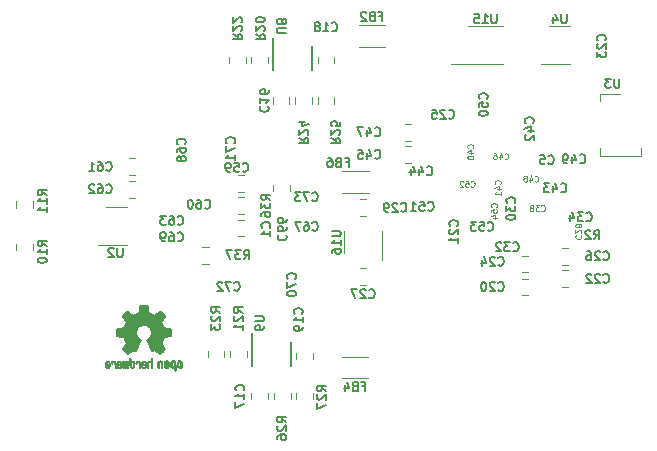
<source format=gbr>
G04 #@! TF.GenerationSoftware,KiCad,Pcbnew,(5.99.0-2267-g4486b0b6d)*
G04 #@! TF.CreationDate,2020-07-12T23:07:06+02:00*
G04 #@! TF.ProjectId,TDR,5444522e-6b69-4636-9164-5f7063625858,A*
G04 #@! TF.SameCoordinates,Original*
G04 #@! TF.FileFunction,Legend,Bot*
G04 #@! TF.FilePolarity,Positive*
%FSLAX46Y46*%
G04 Gerber Fmt 4.6, Leading zero omitted, Abs format (unit mm)*
G04 Created by KiCad (PCBNEW (5.99.0-2267-g4486b0b6d)) date 2020-07-12 23:07:06*
%MOMM*%
%LPD*%
G01*
G04 APERTURE LIST*
%ADD10C,0.127000*%
%ADD11C,0.100000*%
%ADD12C,0.120000*%
%ADD13C,0.010000*%
%ADD14C,0.150000*%
G04 APERTURE END LIST*
D10*
X135187714Y-81941571D02*
X135804571Y-81941571D01*
X135877142Y-81977857D01*
X135913428Y-82014142D01*
X135949714Y-82086714D01*
X135949714Y-82231857D01*
X135913428Y-82304428D01*
X135877142Y-82340714D01*
X135804571Y-82377000D01*
X135187714Y-82377000D01*
X135949714Y-83139000D02*
X135949714Y-82703571D01*
X135949714Y-82921285D02*
X135187714Y-82921285D01*
X135296571Y-82848714D01*
X135369142Y-82776142D01*
X135405428Y-82703571D01*
X135187714Y-83792142D02*
X135187714Y-83647000D01*
X135224000Y-83574428D01*
X135260285Y-83538142D01*
X135369142Y-83465571D01*
X135514285Y-83429285D01*
X135804571Y-83429285D01*
X135877142Y-83465571D01*
X135913428Y-83501857D01*
X135949714Y-83574428D01*
X135949714Y-83719571D01*
X135913428Y-83792142D01*
X135877142Y-83828428D01*
X135804571Y-83864714D01*
X135623142Y-83864714D01*
X135550571Y-83828428D01*
X135514285Y-83792142D01*
X135478000Y-83719571D01*
X135478000Y-83574428D01*
X135514285Y-83501857D01*
X135550571Y-83465571D01*
X135623142Y-83429285D01*
X141044857Y-80257142D02*
X141081142Y-80293428D01*
X141190000Y-80329714D01*
X141262571Y-80329714D01*
X141371428Y-80293428D01*
X141444000Y-80220857D01*
X141480285Y-80148285D01*
X141516571Y-80003142D01*
X141516571Y-79894285D01*
X141480285Y-79749142D01*
X141444000Y-79676571D01*
X141371428Y-79604000D01*
X141262571Y-79567714D01*
X141190000Y-79567714D01*
X141081142Y-79604000D01*
X141044857Y-79640285D01*
X140754571Y-79640285D02*
X140718285Y-79604000D01*
X140645714Y-79567714D01*
X140464285Y-79567714D01*
X140391714Y-79604000D01*
X140355428Y-79640285D01*
X140319142Y-79712857D01*
X140319142Y-79785428D01*
X140355428Y-79894285D01*
X140790857Y-80329714D01*
X140319142Y-80329714D01*
X139956285Y-80329714D02*
X139811142Y-80329714D01*
X139738571Y-80293428D01*
X139702285Y-80257142D01*
X139629714Y-80148285D01*
X139593428Y-80003142D01*
X139593428Y-79712857D01*
X139629714Y-79640285D01*
X139666000Y-79604000D01*
X139738571Y-79567714D01*
X139883714Y-79567714D01*
X139956285Y-79604000D01*
X139992571Y-79640285D01*
X140028857Y-79712857D01*
X140028857Y-79894285D01*
X139992571Y-79966857D01*
X139956285Y-80003142D01*
X139883714Y-80039428D01*
X139738571Y-80039428D01*
X139666000Y-80003142D01*
X139629714Y-79966857D01*
X139593428Y-79894285D01*
X138344857Y-87557142D02*
X138381142Y-87593428D01*
X138490000Y-87629714D01*
X138562571Y-87629714D01*
X138671428Y-87593428D01*
X138744000Y-87520857D01*
X138780285Y-87448285D01*
X138816571Y-87303142D01*
X138816571Y-87194285D01*
X138780285Y-87049142D01*
X138744000Y-86976571D01*
X138671428Y-86904000D01*
X138562571Y-86867714D01*
X138490000Y-86867714D01*
X138381142Y-86904000D01*
X138344857Y-86940285D01*
X138054571Y-86940285D02*
X138018285Y-86904000D01*
X137945714Y-86867714D01*
X137764285Y-86867714D01*
X137691714Y-86904000D01*
X137655428Y-86940285D01*
X137619142Y-87012857D01*
X137619142Y-87085428D01*
X137655428Y-87194285D01*
X138090857Y-87629714D01*
X137619142Y-87629714D01*
X137365142Y-86867714D02*
X136857142Y-86867714D01*
X137183714Y-87629714D01*
X145094857Y-72357142D02*
X145131142Y-72393428D01*
X145240000Y-72429714D01*
X145312571Y-72429714D01*
X145421428Y-72393428D01*
X145494000Y-72320857D01*
X145530285Y-72248285D01*
X145566571Y-72103142D01*
X145566571Y-71994285D01*
X145530285Y-71849142D01*
X145494000Y-71776571D01*
X145421428Y-71704000D01*
X145312571Y-71667714D01*
X145240000Y-71667714D01*
X145131142Y-71704000D01*
X145094857Y-71740285D01*
X144804571Y-71740285D02*
X144768285Y-71704000D01*
X144695714Y-71667714D01*
X144514285Y-71667714D01*
X144441714Y-71704000D01*
X144405428Y-71740285D01*
X144369142Y-71812857D01*
X144369142Y-71885428D01*
X144405428Y-71994285D01*
X144840857Y-72429714D01*
X144369142Y-72429714D01*
X143679714Y-71667714D02*
X144042571Y-71667714D01*
X144078857Y-72030571D01*
X144042571Y-71994285D01*
X143970000Y-71958000D01*
X143788571Y-71958000D01*
X143716000Y-71994285D01*
X143679714Y-72030571D01*
X143643428Y-72103142D01*
X143643428Y-72284571D01*
X143679714Y-72357142D01*
X143716000Y-72393428D01*
X143788571Y-72429714D01*
X143970000Y-72429714D01*
X144042571Y-72393428D01*
X144078857Y-72357142D01*
X158327142Y-65795142D02*
X158363428Y-65758857D01*
X158399714Y-65650000D01*
X158399714Y-65577428D01*
X158363428Y-65468571D01*
X158290857Y-65396000D01*
X158218285Y-65359714D01*
X158073142Y-65323428D01*
X157964285Y-65323428D01*
X157819142Y-65359714D01*
X157746571Y-65396000D01*
X157674000Y-65468571D01*
X157637714Y-65577428D01*
X157637714Y-65650000D01*
X157674000Y-65758857D01*
X157710285Y-65795142D01*
X157710285Y-66085428D02*
X157674000Y-66121714D01*
X157637714Y-66194285D01*
X157637714Y-66375714D01*
X157674000Y-66448285D01*
X157710285Y-66484571D01*
X157782857Y-66520857D01*
X157855428Y-66520857D01*
X157964285Y-66484571D01*
X158399714Y-66049142D01*
X158399714Y-66520857D01*
X157637714Y-66774857D02*
X157637714Y-67246571D01*
X157928000Y-66992571D01*
X157928000Y-67101428D01*
X157964285Y-67174000D01*
X158000571Y-67210285D01*
X158073142Y-67246571D01*
X158254571Y-67246571D01*
X158327142Y-67210285D01*
X158363428Y-67174000D01*
X158399714Y-67101428D01*
X158399714Y-66883714D01*
X158363428Y-66811142D01*
X158327142Y-66774857D01*
X150677142Y-79545142D02*
X150713428Y-79508857D01*
X150749714Y-79400000D01*
X150749714Y-79327428D01*
X150713428Y-79218571D01*
X150640857Y-79146000D01*
X150568285Y-79109714D01*
X150423142Y-79073428D01*
X150314285Y-79073428D01*
X150169142Y-79109714D01*
X150096571Y-79146000D01*
X150024000Y-79218571D01*
X149987714Y-79327428D01*
X149987714Y-79400000D01*
X150024000Y-79508857D01*
X150060285Y-79545142D01*
X149987714Y-79799142D02*
X149987714Y-80270857D01*
X150278000Y-80016857D01*
X150278000Y-80125714D01*
X150314285Y-80198285D01*
X150350571Y-80234571D01*
X150423142Y-80270857D01*
X150604571Y-80270857D01*
X150677142Y-80234571D01*
X150713428Y-80198285D01*
X150749714Y-80125714D01*
X150749714Y-79908000D01*
X150713428Y-79835428D01*
X150677142Y-79799142D01*
X149987714Y-80742571D02*
X149987714Y-80815142D01*
X150024000Y-80887714D01*
X150060285Y-80924000D01*
X150132857Y-80960285D01*
X150278000Y-80996571D01*
X150459428Y-80996571D01*
X150604571Y-80960285D01*
X150677142Y-80924000D01*
X150713428Y-80887714D01*
X150749714Y-80815142D01*
X150749714Y-80742571D01*
X150713428Y-80670000D01*
X150677142Y-80633714D01*
X150604571Y-80597428D01*
X150459428Y-80561142D01*
X150278000Y-80561142D01*
X150132857Y-80597428D01*
X150060285Y-80633714D01*
X150024000Y-80670000D01*
X149987714Y-80742571D01*
X145827142Y-81495142D02*
X145863428Y-81458857D01*
X145899714Y-81350000D01*
X145899714Y-81277428D01*
X145863428Y-81168571D01*
X145790857Y-81096000D01*
X145718285Y-81059714D01*
X145573142Y-81023428D01*
X145464285Y-81023428D01*
X145319142Y-81059714D01*
X145246571Y-81096000D01*
X145174000Y-81168571D01*
X145137714Y-81277428D01*
X145137714Y-81350000D01*
X145174000Y-81458857D01*
X145210285Y-81495142D01*
X145210285Y-81785428D02*
X145174000Y-81821714D01*
X145137714Y-81894285D01*
X145137714Y-82075714D01*
X145174000Y-82148285D01*
X145210285Y-82184571D01*
X145282857Y-82220857D01*
X145355428Y-82220857D01*
X145464285Y-82184571D01*
X145899714Y-81749142D01*
X145899714Y-82220857D01*
X145899714Y-82946571D02*
X145899714Y-82511142D01*
X145899714Y-82728857D02*
X145137714Y-82728857D01*
X145246571Y-82656285D01*
X145319142Y-82583714D01*
X145355428Y-82511142D01*
X153532000Y-76207142D02*
X153568285Y-76243428D01*
X153677142Y-76279714D01*
X153749714Y-76279714D01*
X153858571Y-76243428D01*
X153931142Y-76170857D01*
X153967428Y-76098285D01*
X154003714Y-75953142D01*
X154003714Y-75844285D01*
X153967428Y-75699142D01*
X153931142Y-75626571D01*
X153858571Y-75554000D01*
X153749714Y-75517714D01*
X153677142Y-75517714D01*
X153568285Y-75554000D01*
X153532000Y-75590285D01*
X152842571Y-75517714D02*
X153205428Y-75517714D01*
X153241714Y-75880571D01*
X153205428Y-75844285D01*
X153132857Y-75808000D01*
X152951428Y-75808000D01*
X152878857Y-75844285D01*
X152842571Y-75880571D01*
X152806285Y-75953142D01*
X152806285Y-76134571D01*
X152842571Y-76207142D01*
X152878857Y-76243428D01*
X152951428Y-76279714D01*
X153132857Y-76279714D01*
X153205428Y-76243428D01*
X153241714Y-76207142D01*
X159535571Y-69067714D02*
X159535571Y-69684571D01*
X159499285Y-69757142D01*
X159463000Y-69793428D01*
X159390428Y-69829714D01*
X159245285Y-69829714D01*
X159172714Y-69793428D01*
X159136428Y-69757142D01*
X159100142Y-69684571D01*
X159100142Y-69067714D01*
X158809857Y-69067714D02*
X158338142Y-69067714D01*
X158592142Y-69358000D01*
X158483285Y-69358000D01*
X158410714Y-69394285D01*
X158374428Y-69430571D01*
X158338142Y-69503142D01*
X158338142Y-69684571D01*
X158374428Y-69757142D01*
X158410714Y-69793428D01*
X158483285Y-69829714D01*
X158701000Y-69829714D01*
X158773571Y-69793428D01*
X158809857Y-69757142D01*
X149143428Y-63582714D02*
X149143428Y-64199571D01*
X149107142Y-64272142D01*
X149070857Y-64308428D01*
X148998285Y-64344714D01*
X148853142Y-64344714D01*
X148780571Y-64308428D01*
X148744285Y-64272142D01*
X148708000Y-64199571D01*
X148708000Y-63582714D01*
X147946000Y-64344714D02*
X148381428Y-64344714D01*
X148163714Y-64344714D02*
X148163714Y-63582714D01*
X148236285Y-63691571D01*
X148308857Y-63764142D01*
X148381428Y-63800428D01*
X147256571Y-63582714D02*
X147619428Y-63582714D01*
X147655714Y-63945571D01*
X147619428Y-63909285D01*
X147546857Y-63873000D01*
X147365428Y-63873000D01*
X147292857Y-63909285D01*
X147256571Y-63945571D01*
X147220285Y-64018142D01*
X147220285Y-64199571D01*
X147256571Y-64272142D01*
X147292857Y-64308428D01*
X147365428Y-64344714D01*
X147546857Y-64344714D01*
X147619428Y-64308428D01*
X147655714Y-64272142D01*
X155080571Y-63582714D02*
X155080571Y-64199571D01*
X155044285Y-64272142D01*
X155008000Y-64308428D01*
X154935428Y-64344714D01*
X154790285Y-64344714D01*
X154717714Y-64308428D01*
X154681428Y-64272142D01*
X154645142Y-64199571D01*
X154645142Y-63582714D01*
X153955714Y-63836714D02*
X153955714Y-64344714D01*
X154137142Y-63546428D02*
X154318571Y-64090714D01*
X153846857Y-64090714D01*
X136390000Y-76130571D02*
X136644000Y-76130571D01*
X136644000Y-76529714D02*
X136644000Y-75767714D01*
X136281142Y-75767714D01*
X135736857Y-76130571D02*
X135628000Y-76166857D01*
X135591714Y-76203142D01*
X135555428Y-76275714D01*
X135555428Y-76384571D01*
X135591714Y-76457142D01*
X135628000Y-76493428D01*
X135700571Y-76529714D01*
X135990857Y-76529714D01*
X135990857Y-75767714D01*
X135736857Y-75767714D01*
X135664285Y-75804000D01*
X135628000Y-75840285D01*
X135591714Y-75912857D01*
X135591714Y-75985428D01*
X135628000Y-76058000D01*
X135664285Y-76094285D01*
X135736857Y-76130571D01*
X135990857Y-76130571D01*
X134902285Y-75767714D02*
X135047428Y-75767714D01*
X135120000Y-75804000D01*
X135156285Y-75840285D01*
X135228857Y-75949142D01*
X135265142Y-76094285D01*
X135265142Y-76384571D01*
X135228857Y-76457142D01*
X135192571Y-76493428D01*
X135120000Y-76529714D01*
X134974857Y-76529714D01*
X134902285Y-76493428D01*
X134866000Y-76457142D01*
X134829714Y-76384571D01*
X134829714Y-76203142D01*
X134866000Y-76130571D01*
X134902285Y-76094285D01*
X134974857Y-76058000D01*
X135120000Y-76058000D01*
X135192571Y-76094285D01*
X135228857Y-76130571D01*
X135265142Y-76203142D01*
X133544857Y-79357142D02*
X133581142Y-79393428D01*
X133690000Y-79429714D01*
X133762571Y-79429714D01*
X133871428Y-79393428D01*
X133944000Y-79320857D01*
X133980285Y-79248285D01*
X134016571Y-79103142D01*
X134016571Y-78994285D01*
X133980285Y-78849142D01*
X133944000Y-78776571D01*
X133871428Y-78704000D01*
X133762571Y-78667714D01*
X133690000Y-78667714D01*
X133581142Y-78704000D01*
X133544857Y-78740285D01*
X133290857Y-78667714D02*
X132782857Y-78667714D01*
X133109428Y-79429714D01*
X132565142Y-78667714D02*
X132093428Y-78667714D01*
X132347428Y-78958000D01*
X132238571Y-78958000D01*
X132166000Y-78994285D01*
X132129714Y-79030571D01*
X132093428Y-79103142D01*
X132093428Y-79284571D01*
X132129714Y-79357142D01*
X132166000Y-79393428D01*
X132238571Y-79429714D01*
X132456285Y-79429714D01*
X132528857Y-79393428D01*
X132565142Y-79357142D01*
X126944857Y-86927142D02*
X126981142Y-86963428D01*
X127090000Y-86999714D01*
X127162571Y-86999714D01*
X127271428Y-86963428D01*
X127344000Y-86890857D01*
X127380285Y-86818285D01*
X127416571Y-86673142D01*
X127416571Y-86564285D01*
X127380285Y-86419142D01*
X127344000Y-86346571D01*
X127271428Y-86274000D01*
X127162571Y-86237714D01*
X127090000Y-86237714D01*
X126981142Y-86274000D01*
X126944857Y-86310285D01*
X126690857Y-86237714D02*
X126182857Y-86237714D01*
X126509428Y-86999714D01*
X125928857Y-86310285D02*
X125892571Y-86274000D01*
X125820000Y-86237714D01*
X125638571Y-86237714D01*
X125566000Y-86274000D01*
X125529714Y-86310285D01*
X125493428Y-86382857D01*
X125493428Y-86455428D01*
X125529714Y-86564285D01*
X125965142Y-86999714D01*
X125493428Y-86999714D01*
X126927142Y-74495142D02*
X126963428Y-74458857D01*
X126999714Y-74350000D01*
X126999714Y-74277428D01*
X126963428Y-74168571D01*
X126890857Y-74096000D01*
X126818285Y-74059714D01*
X126673142Y-74023428D01*
X126564285Y-74023428D01*
X126419142Y-74059714D01*
X126346571Y-74096000D01*
X126274000Y-74168571D01*
X126237714Y-74277428D01*
X126237714Y-74350000D01*
X126274000Y-74458857D01*
X126310285Y-74495142D01*
X126237714Y-74749142D02*
X126237714Y-75257142D01*
X126999714Y-74930571D01*
X126999714Y-75946571D02*
X126999714Y-75511142D01*
X126999714Y-75728857D02*
X126237714Y-75728857D01*
X126346571Y-75656285D01*
X126419142Y-75583714D01*
X126455428Y-75511142D01*
X132097142Y-85995142D02*
X132133428Y-85958857D01*
X132169714Y-85850000D01*
X132169714Y-85777428D01*
X132133428Y-85668571D01*
X132060857Y-85596000D01*
X131988285Y-85559714D01*
X131843142Y-85523428D01*
X131734285Y-85523428D01*
X131589142Y-85559714D01*
X131516571Y-85596000D01*
X131444000Y-85668571D01*
X131407714Y-85777428D01*
X131407714Y-85850000D01*
X131444000Y-85958857D01*
X131480285Y-85995142D01*
X131407714Y-86249142D02*
X131407714Y-86757142D01*
X132169714Y-86430571D01*
X131407714Y-87192571D02*
X131407714Y-87265142D01*
X131444000Y-87337714D01*
X131480285Y-87374000D01*
X131552857Y-87410285D01*
X131698000Y-87446571D01*
X131879428Y-87446571D01*
X132024571Y-87410285D01*
X132097142Y-87374000D01*
X132133428Y-87337714D01*
X132169714Y-87265142D01*
X132169714Y-87192571D01*
X132133428Y-87120000D01*
X132097142Y-87083714D01*
X132024571Y-87047428D01*
X131879428Y-87011142D01*
X131698000Y-87011142D01*
X131552857Y-87047428D01*
X131480285Y-87083714D01*
X131444000Y-87120000D01*
X131407714Y-87192571D01*
X122144857Y-82757142D02*
X122181142Y-82793428D01*
X122290000Y-82829714D01*
X122362571Y-82829714D01*
X122471428Y-82793428D01*
X122544000Y-82720857D01*
X122580285Y-82648285D01*
X122616571Y-82503142D01*
X122616571Y-82394285D01*
X122580285Y-82249142D01*
X122544000Y-82176571D01*
X122471428Y-82104000D01*
X122362571Y-82067714D01*
X122290000Y-82067714D01*
X122181142Y-82104000D01*
X122144857Y-82140285D01*
X121491714Y-82067714D02*
X121636857Y-82067714D01*
X121709428Y-82104000D01*
X121745714Y-82140285D01*
X121818285Y-82249142D01*
X121854571Y-82394285D01*
X121854571Y-82684571D01*
X121818285Y-82757142D01*
X121782000Y-82793428D01*
X121709428Y-82829714D01*
X121564285Y-82829714D01*
X121491714Y-82793428D01*
X121455428Y-82757142D01*
X121419142Y-82684571D01*
X121419142Y-82503142D01*
X121455428Y-82430571D01*
X121491714Y-82394285D01*
X121564285Y-82358000D01*
X121709428Y-82358000D01*
X121782000Y-82394285D01*
X121818285Y-82430571D01*
X121854571Y-82503142D01*
X121056285Y-82829714D02*
X120911142Y-82829714D01*
X120838571Y-82793428D01*
X120802285Y-82757142D01*
X120729714Y-82648285D01*
X120693428Y-82503142D01*
X120693428Y-82212857D01*
X120729714Y-82140285D01*
X120766000Y-82104000D01*
X120838571Y-82067714D01*
X120983714Y-82067714D01*
X121056285Y-82104000D01*
X121092571Y-82140285D01*
X121128857Y-82212857D01*
X121128857Y-82394285D01*
X121092571Y-82466857D01*
X121056285Y-82503142D01*
X120983714Y-82539428D01*
X120838571Y-82539428D01*
X120766000Y-82503142D01*
X120729714Y-82466857D01*
X120693428Y-82394285D01*
X122757142Y-74595142D02*
X122793428Y-74558857D01*
X122829714Y-74450000D01*
X122829714Y-74377428D01*
X122793428Y-74268571D01*
X122720857Y-74196000D01*
X122648285Y-74159714D01*
X122503142Y-74123428D01*
X122394285Y-74123428D01*
X122249142Y-74159714D01*
X122176571Y-74196000D01*
X122104000Y-74268571D01*
X122067714Y-74377428D01*
X122067714Y-74450000D01*
X122104000Y-74558857D01*
X122140285Y-74595142D01*
X122067714Y-75248285D02*
X122067714Y-75103142D01*
X122104000Y-75030571D01*
X122140285Y-74994285D01*
X122249142Y-74921714D01*
X122394285Y-74885428D01*
X122684571Y-74885428D01*
X122757142Y-74921714D01*
X122793428Y-74958000D01*
X122829714Y-75030571D01*
X122829714Y-75175714D01*
X122793428Y-75248285D01*
X122757142Y-75284571D01*
X122684571Y-75320857D01*
X122503142Y-75320857D01*
X122430571Y-75284571D01*
X122394285Y-75248285D01*
X122358000Y-75175714D01*
X122358000Y-75030571D01*
X122394285Y-74958000D01*
X122430571Y-74921714D01*
X122503142Y-74885428D01*
X122394285Y-75756285D02*
X122358000Y-75683714D01*
X122321714Y-75647428D01*
X122249142Y-75611142D01*
X122212857Y-75611142D01*
X122140285Y-75647428D01*
X122104000Y-75683714D01*
X122067714Y-75756285D01*
X122067714Y-75901428D01*
X122104000Y-75974000D01*
X122140285Y-76010285D01*
X122212857Y-76046571D01*
X122249142Y-76046571D01*
X122321714Y-76010285D01*
X122358000Y-75974000D01*
X122394285Y-75901428D01*
X122394285Y-75756285D01*
X122430571Y-75683714D01*
X122466857Y-75647428D01*
X122539428Y-75611142D01*
X122684571Y-75611142D01*
X122757142Y-75647428D01*
X122793428Y-75683714D01*
X122829714Y-75756285D01*
X122829714Y-75901428D01*
X122793428Y-75974000D01*
X122757142Y-76010285D01*
X122684571Y-76046571D01*
X122539428Y-76046571D01*
X122466857Y-76010285D01*
X122430571Y-75974000D01*
X122394285Y-75901428D01*
X133544857Y-81857142D02*
X133581142Y-81893428D01*
X133690000Y-81929714D01*
X133762571Y-81929714D01*
X133871428Y-81893428D01*
X133944000Y-81820857D01*
X133980285Y-81748285D01*
X134016571Y-81603142D01*
X134016571Y-81494285D01*
X133980285Y-81349142D01*
X133944000Y-81276571D01*
X133871428Y-81204000D01*
X133762571Y-81167714D01*
X133690000Y-81167714D01*
X133581142Y-81204000D01*
X133544857Y-81240285D01*
X132891714Y-81167714D02*
X133036857Y-81167714D01*
X133109428Y-81204000D01*
X133145714Y-81240285D01*
X133218285Y-81349142D01*
X133254571Y-81494285D01*
X133254571Y-81784571D01*
X133218285Y-81857142D01*
X133182000Y-81893428D01*
X133109428Y-81929714D01*
X132964285Y-81929714D01*
X132891714Y-81893428D01*
X132855428Y-81857142D01*
X132819142Y-81784571D01*
X132819142Y-81603142D01*
X132855428Y-81530571D01*
X132891714Y-81494285D01*
X132964285Y-81458000D01*
X133109428Y-81458000D01*
X133182000Y-81494285D01*
X133218285Y-81530571D01*
X133254571Y-81603142D01*
X132565142Y-81167714D02*
X132057142Y-81167714D01*
X132383714Y-81929714D01*
X122144857Y-81357142D02*
X122181142Y-81393428D01*
X122290000Y-81429714D01*
X122362571Y-81429714D01*
X122471428Y-81393428D01*
X122544000Y-81320857D01*
X122580285Y-81248285D01*
X122616571Y-81103142D01*
X122616571Y-80994285D01*
X122580285Y-80849142D01*
X122544000Y-80776571D01*
X122471428Y-80704000D01*
X122362571Y-80667714D01*
X122290000Y-80667714D01*
X122181142Y-80704000D01*
X122144857Y-80740285D01*
X121491714Y-80667714D02*
X121636857Y-80667714D01*
X121709428Y-80704000D01*
X121745714Y-80740285D01*
X121818285Y-80849142D01*
X121854571Y-80994285D01*
X121854571Y-81284571D01*
X121818285Y-81357142D01*
X121782000Y-81393428D01*
X121709428Y-81429714D01*
X121564285Y-81429714D01*
X121491714Y-81393428D01*
X121455428Y-81357142D01*
X121419142Y-81284571D01*
X121419142Y-81103142D01*
X121455428Y-81030571D01*
X121491714Y-80994285D01*
X121564285Y-80958000D01*
X121709428Y-80958000D01*
X121782000Y-80994285D01*
X121818285Y-81030571D01*
X121854571Y-81103142D01*
X121165142Y-80667714D02*
X120693428Y-80667714D01*
X120947428Y-80958000D01*
X120838571Y-80958000D01*
X120766000Y-80994285D01*
X120729714Y-81030571D01*
X120693428Y-81103142D01*
X120693428Y-81284571D01*
X120729714Y-81357142D01*
X120766000Y-81393428D01*
X120838571Y-81429714D01*
X121056285Y-81429714D01*
X121128857Y-81393428D01*
X121165142Y-81357142D01*
X124444857Y-79970307D02*
X124481142Y-80006593D01*
X124590000Y-80042879D01*
X124662571Y-80042879D01*
X124771428Y-80006593D01*
X124844000Y-79934022D01*
X124880285Y-79861450D01*
X124916571Y-79716307D01*
X124916571Y-79607450D01*
X124880285Y-79462307D01*
X124844000Y-79389736D01*
X124771428Y-79317165D01*
X124662571Y-79280879D01*
X124590000Y-79280879D01*
X124481142Y-79317165D01*
X124444857Y-79353450D01*
X123791714Y-79280879D02*
X123936857Y-79280879D01*
X124009428Y-79317165D01*
X124045714Y-79353450D01*
X124118285Y-79462307D01*
X124154571Y-79607450D01*
X124154571Y-79897736D01*
X124118285Y-79970307D01*
X124082000Y-80006593D01*
X124009428Y-80042879D01*
X123864285Y-80042879D01*
X123791714Y-80006593D01*
X123755428Y-79970307D01*
X123719142Y-79897736D01*
X123719142Y-79716307D01*
X123755428Y-79643736D01*
X123791714Y-79607450D01*
X123864285Y-79571165D01*
X124009428Y-79571165D01*
X124082000Y-79607450D01*
X124118285Y-79643736D01*
X124154571Y-79716307D01*
X123247428Y-79280879D02*
X123174857Y-79280879D01*
X123102285Y-79317165D01*
X123066000Y-79353450D01*
X123029714Y-79426022D01*
X122993428Y-79571165D01*
X122993428Y-79752593D01*
X123029714Y-79897736D01*
X123066000Y-79970307D01*
X123102285Y-80006593D01*
X123174857Y-80042879D01*
X123247428Y-80042879D01*
X123320000Y-80006593D01*
X123356285Y-79970307D01*
X123392571Y-79897736D01*
X123428857Y-79752593D01*
X123428857Y-79571165D01*
X123392571Y-79426022D01*
X123356285Y-79353450D01*
X123320000Y-79317165D01*
X123247428Y-79280879D01*
X130682857Y-82274857D02*
X130646571Y-82311142D01*
X130610285Y-82420000D01*
X130610285Y-82492571D01*
X130646571Y-82601428D01*
X130719142Y-82674000D01*
X130791714Y-82710285D01*
X130936857Y-82746571D01*
X131045714Y-82746571D01*
X131190857Y-82710285D01*
X131263428Y-82674000D01*
X131336000Y-82601428D01*
X131372285Y-82492571D01*
X131372285Y-82420000D01*
X131336000Y-82311142D01*
X131299714Y-82274857D01*
X131372285Y-81621714D02*
X131372285Y-81766857D01*
X131336000Y-81839428D01*
X131299714Y-81875714D01*
X131190857Y-81948285D01*
X131045714Y-81984571D01*
X130755428Y-81984571D01*
X130682857Y-81948285D01*
X130646571Y-81912000D01*
X130610285Y-81839428D01*
X130610285Y-81694285D01*
X130646571Y-81621714D01*
X130682857Y-81585428D01*
X130755428Y-81549142D01*
X130936857Y-81549142D01*
X131009428Y-81585428D01*
X131045714Y-81621714D01*
X131082000Y-81694285D01*
X131082000Y-81839428D01*
X131045714Y-81912000D01*
X131009428Y-81948285D01*
X130936857Y-81984571D01*
X131372285Y-80896000D02*
X131372285Y-81041142D01*
X131336000Y-81113714D01*
X131299714Y-81150000D01*
X131190857Y-81222571D01*
X131045714Y-81258857D01*
X130755428Y-81258857D01*
X130682857Y-81222571D01*
X130646571Y-81186285D01*
X130610285Y-81113714D01*
X130610285Y-80968571D01*
X130646571Y-80896000D01*
X130682857Y-80859714D01*
X130755428Y-80823428D01*
X130936857Y-80823428D01*
X131009428Y-80859714D01*
X131045714Y-80896000D01*
X131082000Y-80968571D01*
X131082000Y-81113714D01*
X131045714Y-81186285D01*
X131009428Y-81222571D01*
X130936857Y-81258857D01*
X127644857Y-76857142D02*
X127681142Y-76893428D01*
X127790000Y-76929714D01*
X127862571Y-76929714D01*
X127971428Y-76893428D01*
X128044000Y-76820857D01*
X128080285Y-76748285D01*
X128116571Y-76603142D01*
X128116571Y-76494285D01*
X128080285Y-76349142D01*
X128044000Y-76276571D01*
X127971428Y-76204000D01*
X127862571Y-76167714D01*
X127790000Y-76167714D01*
X127681142Y-76204000D01*
X127644857Y-76240285D01*
X126955428Y-76167714D02*
X127318285Y-76167714D01*
X127354571Y-76530571D01*
X127318285Y-76494285D01*
X127245714Y-76458000D01*
X127064285Y-76458000D01*
X126991714Y-76494285D01*
X126955428Y-76530571D01*
X126919142Y-76603142D01*
X126919142Y-76784571D01*
X126955428Y-76857142D01*
X126991714Y-76893428D01*
X127064285Y-76929714D01*
X127245714Y-76929714D01*
X127318285Y-76893428D01*
X127354571Y-76857142D01*
X126556285Y-76929714D02*
X126411142Y-76929714D01*
X126338571Y-76893428D01*
X126302285Y-76857142D01*
X126229714Y-76748285D01*
X126193428Y-76603142D01*
X126193428Y-76312857D01*
X126229714Y-76240285D01*
X126266000Y-76204000D01*
X126338571Y-76167714D01*
X126483714Y-76167714D01*
X126556285Y-76204000D01*
X126592571Y-76240285D01*
X126628857Y-76312857D01*
X126628857Y-76494285D01*
X126592571Y-76566857D01*
X126556285Y-76603142D01*
X126483714Y-76639428D01*
X126338571Y-76639428D01*
X126266000Y-76603142D01*
X126229714Y-76566857D01*
X126193428Y-76494285D01*
X129927142Y-81658000D02*
X129963428Y-81621714D01*
X129999714Y-81512857D01*
X129999714Y-81440285D01*
X129963428Y-81331428D01*
X129890857Y-81258857D01*
X129818285Y-81222571D01*
X129673142Y-81186285D01*
X129564285Y-81186285D01*
X129419142Y-81222571D01*
X129346571Y-81258857D01*
X129274000Y-81331428D01*
X129237714Y-81440285D01*
X129237714Y-81512857D01*
X129274000Y-81621714D01*
X129310285Y-81658000D01*
X129999714Y-82383714D02*
X129999714Y-81948285D01*
X129999714Y-82166000D02*
X129237714Y-82166000D01*
X129346571Y-82093428D01*
X129419142Y-82020857D01*
X129455428Y-81948285D01*
X127744857Y-84329714D02*
X127998857Y-83966857D01*
X128180285Y-84329714D02*
X128180285Y-83567714D01*
X127890000Y-83567714D01*
X127817428Y-83604000D01*
X127781142Y-83640285D01*
X127744857Y-83712857D01*
X127744857Y-83821714D01*
X127781142Y-83894285D01*
X127817428Y-83930571D01*
X127890000Y-83966857D01*
X128180285Y-83966857D01*
X127490857Y-83567714D02*
X127019142Y-83567714D01*
X127273142Y-83858000D01*
X127164285Y-83858000D01*
X127091714Y-83894285D01*
X127055428Y-83930571D01*
X127019142Y-84003142D01*
X127019142Y-84184571D01*
X127055428Y-84257142D01*
X127091714Y-84293428D01*
X127164285Y-84329714D01*
X127382000Y-84329714D01*
X127454571Y-84293428D01*
X127490857Y-84257142D01*
X126765142Y-83567714D02*
X126257142Y-83567714D01*
X126583714Y-84329714D01*
X129999714Y-79295142D02*
X129636857Y-79041142D01*
X129999714Y-78859714D02*
X129237714Y-78859714D01*
X129237714Y-79150000D01*
X129274000Y-79222571D01*
X129310285Y-79258857D01*
X129382857Y-79295142D01*
X129491714Y-79295142D01*
X129564285Y-79258857D01*
X129600571Y-79222571D01*
X129636857Y-79150000D01*
X129636857Y-78859714D01*
X129237714Y-79549142D02*
X129237714Y-80020857D01*
X129528000Y-79766857D01*
X129528000Y-79875714D01*
X129564285Y-79948285D01*
X129600571Y-79984571D01*
X129673142Y-80020857D01*
X129854571Y-80020857D01*
X129927142Y-79984571D01*
X129963428Y-79948285D01*
X129999714Y-79875714D01*
X129999714Y-79658000D01*
X129963428Y-79585428D01*
X129927142Y-79549142D01*
X129237714Y-80674000D02*
X129237714Y-80528857D01*
X129274000Y-80456285D01*
X129310285Y-80420000D01*
X129419142Y-80347428D01*
X129564285Y-80311142D01*
X129854571Y-80311142D01*
X129927142Y-80347428D01*
X129963428Y-80383714D01*
X129999714Y-80456285D01*
X129999714Y-80601428D01*
X129963428Y-80674000D01*
X129927142Y-80710285D01*
X129854571Y-80746571D01*
X129673142Y-80746571D01*
X129600571Y-80710285D01*
X129564285Y-80674000D01*
X129528000Y-80601428D01*
X129528000Y-80456285D01*
X129564285Y-80383714D01*
X129600571Y-80347428D01*
X129673142Y-80311142D01*
X116089857Y-78672142D02*
X116126142Y-78708428D01*
X116235000Y-78744714D01*
X116307571Y-78744714D01*
X116416428Y-78708428D01*
X116489000Y-78635857D01*
X116525285Y-78563285D01*
X116561571Y-78418142D01*
X116561571Y-78309285D01*
X116525285Y-78164142D01*
X116489000Y-78091571D01*
X116416428Y-78019000D01*
X116307571Y-77982714D01*
X116235000Y-77982714D01*
X116126142Y-78019000D01*
X116089857Y-78055285D01*
X115436714Y-77982714D02*
X115581857Y-77982714D01*
X115654428Y-78019000D01*
X115690714Y-78055285D01*
X115763285Y-78164142D01*
X115799571Y-78309285D01*
X115799571Y-78599571D01*
X115763285Y-78672142D01*
X115727000Y-78708428D01*
X115654428Y-78744714D01*
X115509285Y-78744714D01*
X115436714Y-78708428D01*
X115400428Y-78672142D01*
X115364142Y-78599571D01*
X115364142Y-78418142D01*
X115400428Y-78345571D01*
X115436714Y-78309285D01*
X115509285Y-78273000D01*
X115654428Y-78273000D01*
X115727000Y-78309285D01*
X115763285Y-78345571D01*
X115799571Y-78418142D01*
X115073857Y-78055285D02*
X115037571Y-78019000D01*
X114965000Y-77982714D01*
X114783571Y-77982714D01*
X114711000Y-78019000D01*
X114674714Y-78055285D01*
X114638428Y-78127857D01*
X114638428Y-78200428D01*
X114674714Y-78309285D01*
X115110142Y-78744714D01*
X114638428Y-78744714D01*
X116089857Y-76772142D02*
X116126142Y-76808428D01*
X116235000Y-76844714D01*
X116307571Y-76844714D01*
X116416428Y-76808428D01*
X116489000Y-76735857D01*
X116525285Y-76663285D01*
X116561571Y-76518142D01*
X116561571Y-76409285D01*
X116525285Y-76264142D01*
X116489000Y-76191571D01*
X116416428Y-76119000D01*
X116307571Y-76082714D01*
X116235000Y-76082714D01*
X116126142Y-76119000D01*
X116089857Y-76155285D01*
X115436714Y-76082714D02*
X115581857Y-76082714D01*
X115654428Y-76119000D01*
X115690714Y-76155285D01*
X115763285Y-76264142D01*
X115799571Y-76409285D01*
X115799571Y-76699571D01*
X115763285Y-76772142D01*
X115727000Y-76808428D01*
X115654428Y-76844714D01*
X115509285Y-76844714D01*
X115436714Y-76808428D01*
X115400428Y-76772142D01*
X115364142Y-76699571D01*
X115364142Y-76518142D01*
X115400428Y-76445571D01*
X115436714Y-76409285D01*
X115509285Y-76373000D01*
X115654428Y-76373000D01*
X115727000Y-76409285D01*
X115763285Y-76445571D01*
X115799571Y-76518142D01*
X114638428Y-76844714D02*
X115073857Y-76844714D01*
X114856142Y-76844714D02*
X114856142Y-76082714D01*
X114928714Y-76191571D01*
X115001285Y-76264142D01*
X115073857Y-76300428D01*
D11*
X155876428Y-82306428D02*
X155852619Y-82330238D01*
X155828809Y-82401666D01*
X155828809Y-82449285D01*
X155852619Y-82520714D01*
X155900238Y-82568333D01*
X155947857Y-82592142D01*
X156043095Y-82615952D01*
X156114523Y-82615952D01*
X156209761Y-82592142D01*
X156257380Y-82568333D01*
X156305000Y-82520714D01*
X156328809Y-82449285D01*
X156328809Y-82401666D01*
X156305000Y-82330238D01*
X156281190Y-82306428D01*
X156281190Y-82115952D02*
X156305000Y-82092142D01*
X156328809Y-82044523D01*
X156328809Y-81925476D01*
X156305000Y-81877857D01*
X156281190Y-81854047D01*
X156233571Y-81830238D01*
X156185952Y-81830238D01*
X156114523Y-81854047D01*
X155828809Y-82139761D01*
X155828809Y-81830238D01*
X156114523Y-81544523D02*
X156138333Y-81592142D01*
X156162142Y-81615952D01*
X156209761Y-81639761D01*
X156233571Y-81639761D01*
X156281190Y-81615952D01*
X156305000Y-81592142D01*
X156328809Y-81544523D01*
X156328809Y-81449285D01*
X156305000Y-81401666D01*
X156281190Y-81377857D01*
X156233571Y-81354047D01*
X156209761Y-81354047D01*
X156162142Y-81377857D01*
X156138333Y-81401666D01*
X156114523Y-81449285D01*
X156114523Y-81544523D01*
X156090714Y-81592142D01*
X156066904Y-81615952D01*
X156019285Y-81639761D01*
X155924047Y-81639761D01*
X155876428Y-81615952D01*
X155852619Y-81592142D01*
X155828809Y-81544523D01*
X155828809Y-81449285D01*
X155852619Y-81401666D01*
X155876428Y-81377857D01*
X155924047Y-81354047D01*
X156019285Y-81354047D01*
X156066904Y-81377857D01*
X156090714Y-81401666D01*
X156114523Y-81449285D01*
D10*
X128682714Y-89156928D02*
X129299571Y-89156928D01*
X129372142Y-89193214D01*
X129408428Y-89229500D01*
X129444714Y-89302071D01*
X129444714Y-89447214D01*
X129408428Y-89519785D01*
X129372142Y-89556071D01*
X129299571Y-89592357D01*
X128682714Y-89592357D01*
X129444714Y-89991500D02*
X129444714Y-90136642D01*
X129408428Y-90209214D01*
X129372142Y-90245500D01*
X129263285Y-90318071D01*
X129118142Y-90354357D01*
X128827857Y-90354357D01*
X128755285Y-90318071D01*
X128719000Y-90281785D01*
X128682714Y-90209214D01*
X128682714Y-90064071D01*
X128719000Y-89991500D01*
X128755285Y-89955214D01*
X128827857Y-89918928D01*
X129009285Y-89918928D01*
X129081857Y-89955214D01*
X129118142Y-89991500D01*
X129154428Y-90064071D01*
X129154428Y-90209214D01*
X129118142Y-90281785D01*
X129081857Y-90318071D01*
X129009285Y-90354357D01*
X131317285Y-65180571D02*
X130700428Y-65180571D01*
X130627857Y-65144285D01*
X130591571Y-65108000D01*
X130555285Y-65035428D01*
X130555285Y-64890285D01*
X130591571Y-64817714D01*
X130627857Y-64781428D01*
X130700428Y-64745142D01*
X131317285Y-64745142D01*
X130990714Y-64273428D02*
X131027000Y-64346000D01*
X131063285Y-64382285D01*
X131135857Y-64418571D01*
X131172142Y-64418571D01*
X131244714Y-64382285D01*
X131281000Y-64346000D01*
X131317285Y-64273428D01*
X131317285Y-64128285D01*
X131281000Y-64055714D01*
X131244714Y-64019428D01*
X131172142Y-63983142D01*
X131135857Y-63983142D01*
X131063285Y-64019428D01*
X131027000Y-64055714D01*
X130990714Y-64128285D01*
X130990714Y-64273428D01*
X130954428Y-64346000D01*
X130918142Y-64382285D01*
X130845571Y-64418571D01*
X130700428Y-64418571D01*
X130627857Y-64382285D01*
X130591571Y-64346000D01*
X130555285Y-64273428D01*
X130555285Y-64128285D01*
X130591571Y-64055714D01*
X130627857Y-64019428D01*
X130700428Y-63983142D01*
X130845571Y-63983142D01*
X130918142Y-64019428D01*
X130954428Y-64055714D01*
X130990714Y-64128285D01*
X134699714Y-95495142D02*
X134336857Y-95241142D01*
X134699714Y-95059714D02*
X133937714Y-95059714D01*
X133937714Y-95350000D01*
X133974000Y-95422571D01*
X134010285Y-95458857D01*
X134082857Y-95495142D01*
X134191714Y-95495142D01*
X134264285Y-95458857D01*
X134300571Y-95422571D01*
X134336857Y-95350000D01*
X134336857Y-95059714D01*
X134010285Y-95785428D02*
X133974000Y-95821714D01*
X133937714Y-95894285D01*
X133937714Y-96075714D01*
X133974000Y-96148285D01*
X134010285Y-96184571D01*
X134082857Y-96220857D01*
X134155428Y-96220857D01*
X134264285Y-96184571D01*
X134699714Y-95749142D01*
X134699714Y-96220857D01*
X133937714Y-96474857D02*
X133937714Y-96982857D01*
X134699714Y-96656285D01*
X131344714Y-98147642D02*
X130981857Y-97893642D01*
X131344714Y-97712214D02*
X130582714Y-97712214D01*
X130582714Y-98002500D01*
X130619000Y-98075071D01*
X130655285Y-98111357D01*
X130727857Y-98147642D01*
X130836714Y-98147642D01*
X130909285Y-98111357D01*
X130945571Y-98075071D01*
X130981857Y-98002500D01*
X130981857Y-97712214D01*
X130655285Y-98437928D02*
X130619000Y-98474214D01*
X130582714Y-98546785D01*
X130582714Y-98728214D01*
X130619000Y-98800785D01*
X130655285Y-98837071D01*
X130727857Y-98873357D01*
X130800428Y-98873357D01*
X130909285Y-98837071D01*
X131344714Y-98401642D01*
X131344714Y-98873357D01*
X130582714Y-99526500D02*
X130582714Y-99381357D01*
X130619000Y-99308785D01*
X130655285Y-99272500D01*
X130764142Y-99199928D01*
X130909285Y-99163642D01*
X131199571Y-99163642D01*
X131272142Y-99199928D01*
X131308428Y-99236214D01*
X131344714Y-99308785D01*
X131344714Y-99453928D01*
X131308428Y-99526500D01*
X131272142Y-99562785D01*
X131199571Y-99599071D01*
X131018142Y-99599071D01*
X130945571Y-99562785D01*
X130909285Y-99526500D01*
X130873000Y-99453928D01*
X130873000Y-99308785D01*
X130909285Y-99236214D01*
X130945571Y-99199928D01*
X131018142Y-99163642D01*
X135155285Y-74089857D02*
X135518142Y-74343857D01*
X135155285Y-74525285D02*
X135917285Y-74525285D01*
X135917285Y-74235000D01*
X135881000Y-74162428D01*
X135844714Y-74126142D01*
X135772142Y-74089857D01*
X135663285Y-74089857D01*
X135590714Y-74126142D01*
X135554428Y-74162428D01*
X135518142Y-74235000D01*
X135518142Y-74525285D01*
X135844714Y-73799571D02*
X135881000Y-73763285D01*
X135917285Y-73690714D01*
X135917285Y-73509285D01*
X135881000Y-73436714D01*
X135844714Y-73400428D01*
X135772142Y-73364142D01*
X135699571Y-73364142D01*
X135590714Y-73400428D01*
X135155285Y-73835857D01*
X135155285Y-73364142D01*
X135917285Y-72674714D02*
X135917285Y-73037571D01*
X135554428Y-73073857D01*
X135590714Y-73037571D01*
X135627000Y-72965000D01*
X135627000Y-72783571D01*
X135590714Y-72711000D01*
X135554428Y-72674714D01*
X135481857Y-72638428D01*
X135300428Y-72638428D01*
X135227857Y-72674714D01*
X135191571Y-72711000D01*
X135155285Y-72783571D01*
X135155285Y-72965000D01*
X135191571Y-73037571D01*
X135227857Y-73073857D01*
X132455285Y-74089857D02*
X132818142Y-74343857D01*
X132455285Y-74525285D02*
X133217285Y-74525285D01*
X133217285Y-74235000D01*
X133181000Y-74162428D01*
X133144714Y-74126142D01*
X133072142Y-74089857D01*
X132963285Y-74089857D01*
X132890714Y-74126142D01*
X132854428Y-74162428D01*
X132818142Y-74235000D01*
X132818142Y-74525285D01*
X133144714Y-73799571D02*
X133181000Y-73763285D01*
X133217285Y-73690714D01*
X133217285Y-73509285D01*
X133181000Y-73436714D01*
X133144714Y-73400428D01*
X133072142Y-73364142D01*
X132999571Y-73364142D01*
X132890714Y-73400428D01*
X132455285Y-73835857D01*
X132455285Y-73364142D01*
X132963285Y-72711000D02*
X132455285Y-72711000D01*
X133253571Y-72892428D02*
X132709285Y-73073857D01*
X132709285Y-72602142D01*
X125744714Y-88847642D02*
X125381857Y-88593642D01*
X125744714Y-88412214D02*
X124982714Y-88412214D01*
X124982714Y-88702500D01*
X125019000Y-88775071D01*
X125055285Y-88811357D01*
X125127857Y-88847642D01*
X125236714Y-88847642D01*
X125309285Y-88811357D01*
X125345571Y-88775071D01*
X125381857Y-88702500D01*
X125381857Y-88412214D01*
X125055285Y-89137928D02*
X125019000Y-89174214D01*
X124982714Y-89246785D01*
X124982714Y-89428214D01*
X125019000Y-89500785D01*
X125055285Y-89537071D01*
X125127857Y-89573357D01*
X125200428Y-89573357D01*
X125309285Y-89537071D01*
X125744714Y-89101642D01*
X125744714Y-89573357D01*
X124982714Y-89827357D02*
X124982714Y-90299071D01*
X125273000Y-90045071D01*
X125273000Y-90153928D01*
X125309285Y-90226500D01*
X125345571Y-90262785D01*
X125418142Y-90299071D01*
X125599571Y-90299071D01*
X125672142Y-90262785D01*
X125708428Y-90226500D01*
X125744714Y-90153928D01*
X125744714Y-89936214D01*
X125708428Y-89863642D01*
X125672142Y-89827357D01*
X126855285Y-65289857D02*
X127218142Y-65543857D01*
X126855285Y-65725285D02*
X127617285Y-65725285D01*
X127617285Y-65435000D01*
X127581000Y-65362428D01*
X127544714Y-65326142D01*
X127472142Y-65289857D01*
X127363285Y-65289857D01*
X127290714Y-65326142D01*
X127254428Y-65362428D01*
X127218142Y-65435000D01*
X127218142Y-65725285D01*
X127544714Y-64999571D02*
X127581000Y-64963285D01*
X127617285Y-64890714D01*
X127617285Y-64709285D01*
X127581000Y-64636714D01*
X127544714Y-64600428D01*
X127472142Y-64564142D01*
X127399571Y-64564142D01*
X127290714Y-64600428D01*
X126855285Y-65035857D01*
X126855285Y-64564142D01*
X127544714Y-64273857D02*
X127581000Y-64237571D01*
X127617285Y-64165000D01*
X127617285Y-63983571D01*
X127581000Y-63911000D01*
X127544714Y-63874714D01*
X127472142Y-63838428D01*
X127399571Y-63838428D01*
X127290714Y-63874714D01*
X126855285Y-64310142D01*
X126855285Y-63838428D01*
X127644714Y-88847642D02*
X127281857Y-88593642D01*
X127644714Y-88412214D02*
X126882714Y-88412214D01*
X126882714Y-88702500D01*
X126919000Y-88775071D01*
X126955285Y-88811357D01*
X127027857Y-88847642D01*
X127136714Y-88847642D01*
X127209285Y-88811357D01*
X127245571Y-88775071D01*
X127281857Y-88702500D01*
X127281857Y-88412214D01*
X126955285Y-89137928D02*
X126919000Y-89174214D01*
X126882714Y-89246785D01*
X126882714Y-89428214D01*
X126919000Y-89500785D01*
X126955285Y-89537071D01*
X127027857Y-89573357D01*
X127100428Y-89573357D01*
X127209285Y-89537071D01*
X127644714Y-89101642D01*
X127644714Y-89573357D01*
X127644714Y-90299071D02*
X127644714Y-89863642D01*
X127644714Y-90081357D02*
X126882714Y-90081357D01*
X126991571Y-90008785D01*
X127064142Y-89936214D01*
X127100428Y-89863642D01*
X128755285Y-65289857D02*
X129118142Y-65543857D01*
X128755285Y-65725285D02*
X129517285Y-65725285D01*
X129517285Y-65435000D01*
X129481000Y-65362428D01*
X129444714Y-65326142D01*
X129372142Y-65289857D01*
X129263285Y-65289857D01*
X129190714Y-65326142D01*
X129154428Y-65362428D01*
X129118142Y-65435000D01*
X129118142Y-65725285D01*
X129444714Y-64999571D02*
X129481000Y-64963285D01*
X129517285Y-64890714D01*
X129517285Y-64709285D01*
X129481000Y-64636714D01*
X129444714Y-64600428D01*
X129372142Y-64564142D01*
X129299571Y-64564142D01*
X129190714Y-64600428D01*
X128755285Y-65035857D01*
X128755285Y-64564142D01*
X129517285Y-64092428D02*
X129517285Y-64019857D01*
X129481000Y-63947285D01*
X129444714Y-63911000D01*
X129372142Y-63874714D01*
X129227000Y-63838428D01*
X129045571Y-63838428D01*
X128900428Y-63874714D01*
X128827857Y-63911000D01*
X128791571Y-63947285D01*
X128755285Y-64019857D01*
X128755285Y-64092428D01*
X128791571Y-64165000D01*
X128827857Y-64201285D01*
X128900428Y-64237571D01*
X129045571Y-64273857D01*
X129227000Y-64273857D01*
X129372142Y-64237571D01*
X129444714Y-64201285D01*
X129481000Y-64165000D01*
X129517285Y-64092428D01*
X137790000Y-95093071D02*
X138044000Y-95093071D01*
X138044000Y-95492214D02*
X138044000Y-94730214D01*
X137681142Y-94730214D01*
X137136857Y-95093071D02*
X137028000Y-95129357D01*
X136991714Y-95165642D01*
X136955428Y-95238214D01*
X136955428Y-95347071D01*
X136991714Y-95419642D01*
X137028000Y-95455928D01*
X137100571Y-95492214D01*
X137390857Y-95492214D01*
X137390857Y-94730214D01*
X137136857Y-94730214D01*
X137064285Y-94766500D01*
X137028000Y-94802785D01*
X136991714Y-94875357D01*
X136991714Y-94947928D01*
X137028000Y-95020500D01*
X137064285Y-95056785D01*
X137136857Y-95093071D01*
X137390857Y-95093071D01*
X136302285Y-94984214D02*
X136302285Y-95492214D01*
X136483714Y-94693928D02*
X136665142Y-95238214D01*
X136193428Y-95238214D01*
X139235000Y-63745571D02*
X139489000Y-63745571D01*
X139489000Y-64144714D02*
X139489000Y-63382714D01*
X139126142Y-63382714D01*
X138581857Y-63745571D02*
X138473000Y-63781857D01*
X138436714Y-63818142D01*
X138400428Y-63890714D01*
X138400428Y-63999571D01*
X138436714Y-64072142D01*
X138473000Y-64108428D01*
X138545571Y-64144714D01*
X138835857Y-64144714D01*
X138835857Y-63382714D01*
X138581857Y-63382714D01*
X138509285Y-63419000D01*
X138473000Y-63455285D01*
X138436714Y-63527857D01*
X138436714Y-63600428D01*
X138473000Y-63673000D01*
X138509285Y-63709285D01*
X138581857Y-63745571D01*
X138835857Y-63745571D01*
X138110142Y-63455285D02*
X138073857Y-63419000D01*
X138001285Y-63382714D01*
X137819857Y-63382714D01*
X137747285Y-63419000D01*
X137711000Y-63455285D01*
X137674714Y-63527857D01*
X137674714Y-63600428D01*
X137711000Y-63709285D01*
X138146428Y-64144714D01*
X137674714Y-64144714D01*
D11*
X149133571Y-79913571D02*
X149157380Y-79889761D01*
X149181190Y-79818333D01*
X149181190Y-79770714D01*
X149157380Y-79699285D01*
X149109761Y-79651666D01*
X149062142Y-79627857D01*
X148966904Y-79604047D01*
X148895476Y-79604047D01*
X148800238Y-79627857D01*
X148752619Y-79651666D01*
X148705000Y-79699285D01*
X148681190Y-79770714D01*
X148681190Y-79818333D01*
X148705000Y-79889761D01*
X148728809Y-79913571D01*
X148681190Y-80365952D02*
X148681190Y-80127857D01*
X148919285Y-80104047D01*
X148895476Y-80127857D01*
X148871666Y-80175476D01*
X148871666Y-80294523D01*
X148895476Y-80342142D01*
X148919285Y-80365952D01*
X148966904Y-80389761D01*
X149085952Y-80389761D01*
X149133571Y-80365952D01*
X149157380Y-80342142D01*
X149181190Y-80294523D01*
X149181190Y-80175476D01*
X149157380Y-80127857D01*
X149133571Y-80104047D01*
X148847857Y-80818333D02*
X149181190Y-80818333D01*
X148657380Y-80699285D02*
X149014523Y-80580238D01*
X149014523Y-80889761D01*
D10*
X148394857Y-81857142D02*
X148431142Y-81893428D01*
X148540000Y-81929714D01*
X148612571Y-81929714D01*
X148721428Y-81893428D01*
X148794000Y-81820857D01*
X148830285Y-81748285D01*
X148866571Y-81603142D01*
X148866571Y-81494285D01*
X148830285Y-81349142D01*
X148794000Y-81276571D01*
X148721428Y-81204000D01*
X148612571Y-81167714D01*
X148540000Y-81167714D01*
X148431142Y-81204000D01*
X148394857Y-81240285D01*
X147705428Y-81167714D02*
X148068285Y-81167714D01*
X148104571Y-81530571D01*
X148068285Y-81494285D01*
X147995714Y-81458000D01*
X147814285Y-81458000D01*
X147741714Y-81494285D01*
X147705428Y-81530571D01*
X147669142Y-81603142D01*
X147669142Y-81784571D01*
X147705428Y-81857142D01*
X147741714Y-81893428D01*
X147814285Y-81929714D01*
X147995714Y-81929714D01*
X148068285Y-81893428D01*
X148104571Y-81857142D01*
X147415142Y-81167714D02*
X146943428Y-81167714D01*
X147197428Y-81458000D01*
X147088571Y-81458000D01*
X147016000Y-81494285D01*
X146979714Y-81530571D01*
X146943428Y-81603142D01*
X146943428Y-81784571D01*
X146979714Y-81857142D01*
X147016000Y-81893428D01*
X147088571Y-81929714D01*
X147306285Y-81929714D01*
X147378857Y-81893428D01*
X147415142Y-81857142D01*
D11*
X146976428Y-78163571D02*
X147000238Y-78187380D01*
X147071666Y-78211190D01*
X147119285Y-78211190D01*
X147190714Y-78187380D01*
X147238333Y-78139761D01*
X147262142Y-78092142D01*
X147285952Y-77996904D01*
X147285952Y-77925476D01*
X147262142Y-77830238D01*
X147238333Y-77782619D01*
X147190714Y-77735000D01*
X147119285Y-77711190D01*
X147071666Y-77711190D01*
X147000238Y-77735000D01*
X146976428Y-77758809D01*
X146524047Y-77711190D02*
X146762142Y-77711190D01*
X146785952Y-77949285D01*
X146762142Y-77925476D01*
X146714523Y-77901666D01*
X146595476Y-77901666D01*
X146547857Y-77925476D01*
X146524047Y-77949285D01*
X146500238Y-77996904D01*
X146500238Y-78115952D01*
X146524047Y-78163571D01*
X146547857Y-78187380D01*
X146595476Y-78211190D01*
X146714523Y-78211190D01*
X146762142Y-78187380D01*
X146785952Y-78163571D01*
X146309761Y-77758809D02*
X146285952Y-77735000D01*
X146238333Y-77711190D01*
X146119285Y-77711190D01*
X146071666Y-77735000D01*
X146047857Y-77758809D01*
X146024047Y-77806428D01*
X146024047Y-77854047D01*
X146047857Y-77925476D01*
X146333571Y-78211190D01*
X146024047Y-78211190D01*
D10*
X143344857Y-80157142D02*
X143381142Y-80193428D01*
X143490000Y-80229714D01*
X143562571Y-80229714D01*
X143671428Y-80193428D01*
X143744000Y-80120857D01*
X143780285Y-80048285D01*
X143816571Y-79903142D01*
X143816571Y-79794285D01*
X143780285Y-79649142D01*
X143744000Y-79576571D01*
X143671428Y-79504000D01*
X143562571Y-79467714D01*
X143490000Y-79467714D01*
X143381142Y-79504000D01*
X143344857Y-79540285D01*
X142655428Y-79467714D02*
X143018285Y-79467714D01*
X143054571Y-79830571D01*
X143018285Y-79794285D01*
X142945714Y-79758000D01*
X142764285Y-79758000D01*
X142691714Y-79794285D01*
X142655428Y-79830571D01*
X142619142Y-79903142D01*
X142619142Y-80084571D01*
X142655428Y-80157142D01*
X142691714Y-80193428D01*
X142764285Y-80229714D01*
X142945714Y-80229714D01*
X143018285Y-80193428D01*
X143054571Y-80157142D01*
X141893428Y-80229714D02*
X142328857Y-80229714D01*
X142111142Y-80229714D02*
X142111142Y-79467714D01*
X142183714Y-79576571D01*
X142256285Y-79649142D01*
X142328857Y-79685428D01*
X148327142Y-70745142D02*
X148363428Y-70708857D01*
X148399714Y-70600000D01*
X148399714Y-70527428D01*
X148363428Y-70418571D01*
X148290857Y-70346000D01*
X148218285Y-70309714D01*
X148073142Y-70273428D01*
X147964285Y-70273428D01*
X147819142Y-70309714D01*
X147746571Y-70346000D01*
X147674000Y-70418571D01*
X147637714Y-70527428D01*
X147637714Y-70600000D01*
X147674000Y-70708857D01*
X147710285Y-70745142D01*
X147637714Y-71434571D02*
X147637714Y-71071714D01*
X148000571Y-71035428D01*
X147964285Y-71071714D01*
X147928000Y-71144285D01*
X147928000Y-71325714D01*
X147964285Y-71398285D01*
X148000571Y-71434571D01*
X148073142Y-71470857D01*
X148254571Y-71470857D01*
X148327142Y-71434571D01*
X148363428Y-71398285D01*
X148399714Y-71325714D01*
X148399714Y-71144285D01*
X148363428Y-71071714D01*
X148327142Y-71035428D01*
X147637714Y-71942571D02*
X147637714Y-72015142D01*
X147674000Y-72087714D01*
X147710285Y-72124000D01*
X147782857Y-72160285D01*
X147928000Y-72196571D01*
X148109428Y-72196571D01*
X148254571Y-72160285D01*
X148327142Y-72124000D01*
X148363428Y-72087714D01*
X148399714Y-72015142D01*
X148399714Y-71942571D01*
X148363428Y-71870000D01*
X148327142Y-71833714D01*
X148254571Y-71797428D01*
X148109428Y-71761142D01*
X147928000Y-71761142D01*
X147782857Y-71797428D01*
X147710285Y-71833714D01*
X147674000Y-71870000D01*
X147637714Y-71942571D01*
X156194857Y-76157142D02*
X156231142Y-76193428D01*
X156340000Y-76229714D01*
X156412571Y-76229714D01*
X156521428Y-76193428D01*
X156594000Y-76120857D01*
X156630285Y-76048285D01*
X156666571Y-75903142D01*
X156666571Y-75794285D01*
X156630285Y-75649142D01*
X156594000Y-75576571D01*
X156521428Y-75504000D01*
X156412571Y-75467714D01*
X156340000Y-75467714D01*
X156231142Y-75504000D01*
X156194857Y-75540285D01*
X155541714Y-75721714D02*
X155541714Y-76229714D01*
X155723142Y-75431428D02*
X155904571Y-75975714D01*
X155432857Y-75975714D01*
X155106285Y-76229714D02*
X154961142Y-76229714D01*
X154888571Y-76193428D01*
X154852285Y-76157142D01*
X154779714Y-76048285D01*
X154743428Y-75903142D01*
X154743428Y-75612857D01*
X154779714Y-75540285D01*
X154816000Y-75504000D01*
X154888571Y-75467714D01*
X155033714Y-75467714D01*
X155106285Y-75504000D01*
X155142571Y-75540285D01*
X155178857Y-75612857D01*
X155178857Y-75794285D01*
X155142571Y-75866857D01*
X155106285Y-75903142D01*
X155033714Y-75939428D01*
X154888571Y-75939428D01*
X154816000Y-75903142D01*
X154779714Y-75866857D01*
X154743428Y-75794285D01*
D11*
X152376428Y-77713571D02*
X152400238Y-77737380D01*
X152471666Y-77761190D01*
X152519285Y-77761190D01*
X152590714Y-77737380D01*
X152638333Y-77689761D01*
X152662142Y-77642142D01*
X152685952Y-77546904D01*
X152685952Y-77475476D01*
X152662142Y-77380238D01*
X152638333Y-77332619D01*
X152590714Y-77285000D01*
X152519285Y-77261190D01*
X152471666Y-77261190D01*
X152400238Y-77285000D01*
X152376428Y-77308809D01*
X151947857Y-77427857D02*
X151947857Y-77761190D01*
X152066904Y-77237380D02*
X152185952Y-77594523D01*
X151876428Y-77594523D01*
X151614523Y-77475476D02*
X151662142Y-77451666D01*
X151685952Y-77427857D01*
X151709761Y-77380238D01*
X151709761Y-77356428D01*
X151685952Y-77308809D01*
X151662142Y-77285000D01*
X151614523Y-77261190D01*
X151519285Y-77261190D01*
X151471666Y-77285000D01*
X151447857Y-77308809D01*
X151424047Y-77356428D01*
X151424047Y-77380238D01*
X151447857Y-77427857D01*
X151471666Y-77451666D01*
X151519285Y-77475476D01*
X151614523Y-77475476D01*
X151662142Y-77499285D01*
X151685952Y-77523095D01*
X151709761Y-77570714D01*
X151709761Y-77665952D01*
X151685952Y-77713571D01*
X151662142Y-77737380D01*
X151614523Y-77761190D01*
X151519285Y-77761190D01*
X151471666Y-77737380D01*
X151447857Y-77713571D01*
X151424047Y-77665952D01*
X151424047Y-77570714D01*
X151447857Y-77523095D01*
X151471666Y-77499285D01*
X151519285Y-77475476D01*
D10*
X138844857Y-73857142D02*
X138881142Y-73893428D01*
X138990000Y-73929714D01*
X139062571Y-73929714D01*
X139171428Y-73893428D01*
X139244000Y-73820857D01*
X139280285Y-73748285D01*
X139316571Y-73603142D01*
X139316571Y-73494285D01*
X139280285Y-73349142D01*
X139244000Y-73276571D01*
X139171428Y-73204000D01*
X139062571Y-73167714D01*
X138990000Y-73167714D01*
X138881142Y-73204000D01*
X138844857Y-73240285D01*
X138191714Y-73421714D02*
X138191714Y-73929714D01*
X138373142Y-73131428D02*
X138554571Y-73675714D01*
X138082857Y-73675714D01*
X137865142Y-73167714D02*
X137357142Y-73167714D01*
X137683714Y-73929714D01*
D11*
X149826428Y-75813571D02*
X149850238Y-75837380D01*
X149921666Y-75861190D01*
X149969285Y-75861190D01*
X150040714Y-75837380D01*
X150088333Y-75789761D01*
X150112142Y-75742142D01*
X150135952Y-75646904D01*
X150135952Y-75575476D01*
X150112142Y-75480238D01*
X150088333Y-75432619D01*
X150040714Y-75385000D01*
X149969285Y-75361190D01*
X149921666Y-75361190D01*
X149850238Y-75385000D01*
X149826428Y-75408809D01*
X149397857Y-75527857D02*
X149397857Y-75861190D01*
X149516904Y-75337380D02*
X149635952Y-75694523D01*
X149326428Y-75694523D01*
X148921666Y-75361190D02*
X149016904Y-75361190D01*
X149064523Y-75385000D01*
X149088333Y-75408809D01*
X149135952Y-75480238D01*
X149159761Y-75575476D01*
X149159761Y-75765952D01*
X149135952Y-75813571D01*
X149112142Y-75837380D01*
X149064523Y-75861190D01*
X148969285Y-75861190D01*
X148921666Y-75837380D01*
X148897857Y-75813571D01*
X148874047Y-75765952D01*
X148874047Y-75646904D01*
X148897857Y-75599285D01*
X148921666Y-75575476D01*
X148969285Y-75551666D01*
X149064523Y-75551666D01*
X149112142Y-75575476D01*
X149135952Y-75599285D01*
X149159761Y-75646904D01*
D10*
X138844857Y-75757142D02*
X138881142Y-75793428D01*
X138990000Y-75829714D01*
X139062571Y-75829714D01*
X139171428Y-75793428D01*
X139244000Y-75720857D01*
X139280285Y-75648285D01*
X139316571Y-75503142D01*
X139316571Y-75394285D01*
X139280285Y-75249142D01*
X139244000Y-75176571D01*
X139171428Y-75104000D01*
X139062571Y-75067714D01*
X138990000Y-75067714D01*
X138881142Y-75104000D01*
X138844857Y-75140285D01*
X138191714Y-75321714D02*
X138191714Y-75829714D01*
X138373142Y-75031428D02*
X138554571Y-75575714D01*
X138082857Y-75575714D01*
X137429714Y-75067714D02*
X137792571Y-75067714D01*
X137828857Y-75430571D01*
X137792571Y-75394285D01*
X137720000Y-75358000D01*
X137538571Y-75358000D01*
X137466000Y-75394285D01*
X137429714Y-75430571D01*
X137393428Y-75503142D01*
X137393428Y-75684571D01*
X137429714Y-75757142D01*
X137466000Y-75793428D01*
X137538571Y-75829714D01*
X137720000Y-75829714D01*
X137792571Y-75793428D01*
X137828857Y-75757142D01*
X143244857Y-77157142D02*
X143281142Y-77193428D01*
X143390000Y-77229714D01*
X143462571Y-77229714D01*
X143571428Y-77193428D01*
X143644000Y-77120857D01*
X143680285Y-77048285D01*
X143716571Y-76903142D01*
X143716571Y-76794285D01*
X143680285Y-76649142D01*
X143644000Y-76576571D01*
X143571428Y-76504000D01*
X143462571Y-76467714D01*
X143390000Y-76467714D01*
X143281142Y-76504000D01*
X143244857Y-76540285D01*
X142591714Y-76721714D02*
X142591714Y-77229714D01*
X142773142Y-76431428D02*
X142954571Y-76975714D01*
X142482857Y-76975714D01*
X141866000Y-76721714D02*
X141866000Y-77229714D01*
X142047428Y-76431428D02*
X142228857Y-76975714D01*
X141757142Y-76975714D01*
X154594857Y-78607142D02*
X154631142Y-78643428D01*
X154740000Y-78679714D01*
X154812571Y-78679714D01*
X154921428Y-78643428D01*
X154994000Y-78570857D01*
X155030285Y-78498285D01*
X155066571Y-78353142D01*
X155066571Y-78244285D01*
X155030285Y-78099142D01*
X154994000Y-78026571D01*
X154921428Y-77954000D01*
X154812571Y-77917714D01*
X154740000Y-77917714D01*
X154631142Y-77954000D01*
X154594857Y-77990285D01*
X153941714Y-78171714D02*
X153941714Y-78679714D01*
X154123142Y-77881428D02*
X154304571Y-78425714D01*
X153832857Y-78425714D01*
X153615142Y-77917714D02*
X153143428Y-77917714D01*
X153397428Y-78208000D01*
X153288571Y-78208000D01*
X153216000Y-78244285D01*
X153179714Y-78280571D01*
X153143428Y-78353142D01*
X153143428Y-78534571D01*
X153179714Y-78607142D01*
X153216000Y-78643428D01*
X153288571Y-78679714D01*
X153506285Y-78679714D01*
X153578857Y-78643428D01*
X153615142Y-78607142D01*
X152227142Y-72795142D02*
X152263428Y-72758857D01*
X152299714Y-72650000D01*
X152299714Y-72577428D01*
X152263428Y-72468571D01*
X152190857Y-72396000D01*
X152118285Y-72359714D01*
X151973142Y-72323428D01*
X151864285Y-72323428D01*
X151719142Y-72359714D01*
X151646571Y-72396000D01*
X151574000Y-72468571D01*
X151537714Y-72577428D01*
X151537714Y-72650000D01*
X151574000Y-72758857D01*
X151610285Y-72795142D01*
X151791714Y-73448285D02*
X152299714Y-73448285D01*
X151501428Y-73266857D02*
X152045714Y-73085428D01*
X152045714Y-73557142D01*
X151610285Y-73811142D02*
X151574000Y-73847428D01*
X151537714Y-73920000D01*
X151537714Y-74101428D01*
X151574000Y-74174000D01*
X151610285Y-74210285D01*
X151682857Y-74246571D01*
X151755428Y-74246571D01*
X151864285Y-74210285D01*
X152299714Y-73774857D01*
X152299714Y-74246571D01*
D11*
X149433571Y-77963571D02*
X149457380Y-77939761D01*
X149481190Y-77868333D01*
X149481190Y-77820714D01*
X149457380Y-77749285D01*
X149409761Y-77701666D01*
X149362142Y-77677857D01*
X149266904Y-77654047D01*
X149195476Y-77654047D01*
X149100238Y-77677857D01*
X149052619Y-77701666D01*
X149005000Y-77749285D01*
X148981190Y-77820714D01*
X148981190Y-77868333D01*
X149005000Y-77939761D01*
X149028809Y-77963571D01*
X149147857Y-78392142D02*
X149481190Y-78392142D01*
X148957380Y-78273095D02*
X149314523Y-78154047D01*
X149314523Y-78463571D01*
X149481190Y-78915952D02*
X149481190Y-78630238D01*
X149481190Y-78773095D02*
X148981190Y-78773095D01*
X149052619Y-78725476D01*
X149100238Y-78677857D01*
X149124047Y-78630238D01*
X147133571Y-74913571D02*
X147157380Y-74889761D01*
X147181190Y-74818333D01*
X147181190Y-74770714D01*
X147157380Y-74699285D01*
X147109761Y-74651666D01*
X147062142Y-74627857D01*
X146966904Y-74604047D01*
X146895476Y-74604047D01*
X146800238Y-74627857D01*
X146752619Y-74651666D01*
X146705000Y-74699285D01*
X146681190Y-74770714D01*
X146681190Y-74818333D01*
X146705000Y-74889761D01*
X146728809Y-74913571D01*
X146847857Y-75342142D02*
X147181190Y-75342142D01*
X146657380Y-75223095D02*
X147014523Y-75104047D01*
X147014523Y-75413571D01*
X146681190Y-75699285D02*
X146681190Y-75746904D01*
X146705000Y-75794523D01*
X146728809Y-75818333D01*
X146776428Y-75842142D01*
X146871666Y-75865952D01*
X146990714Y-75865952D01*
X147085952Y-75842142D01*
X147133571Y-75818333D01*
X147157380Y-75794523D01*
X147181190Y-75746904D01*
X147181190Y-75699285D01*
X147157380Y-75651666D01*
X147133571Y-75627857D01*
X147085952Y-75604047D01*
X146990714Y-75580238D01*
X146871666Y-75580238D01*
X146776428Y-75604047D01*
X146728809Y-75627857D01*
X146705000Y-75651666D01*
X146681190Y-75699285D01*
X152926428Y-80213571D02*
X152950238Y-80237380D01*
X153021666Y-80261190D01*
X153069285Y-80261190D01*
X153140714Y-80237380D01*
X153188333Y-80189761D01*
X153212142Y-80142142D01*
X153235952Y-80046904D01*
X153235952Y-79975476D01*
X153212142Y-79880238D01*
X153188333Y-79832619D01*
X153140714Y-79785000D01*
X153069285Y-79761190D01*
X153021666Y-79761190D01*
X152950238Y-79785000D01*
X152926428Y-79808809D01*
X152759761Y-79761190D02*
X152450238Y-79761190D01*
X152616904Y-79951666D01*
X152545476Y-79951666D01*
X152497857Y-79975476D01*
X152474047Y-79999285D01*
X152450238Y-80046904D01*
X152450238Y-80165952D01*
X152474047Y-80213571D01*
X152497857Y-80237380D01*
X152545476Y-80261190D01*
X152688333Y-80261190D01*
X152735952Y-80237380D01*
X152759761Y-80213571D01*
X152164523Y-79975476D02*
X152212142Y-79951666D01*
X152235952Y-79927857D01*
X152259761Y-79880238D01*
X152259761Y-79856428D01*
X152235952Y-79808809D01*
X152212142Y-79785000D01*
X152164523Y-79761190D01*
X152069285Y-79761190D01*
X152021666Y-79785000D01*
X151997857Y-79808809D01*
X151974047Y-79856428D01*
X151974047Y-79880238D01*
X151997857Y-79927857D01*
X152021666Y-79951666D01*
X152069285Y-79975476D01*
X152164523Y-79975476D01*
X152212142Y-79999285D01*
X152235952Y-80023095D01*
X152259761Y-80070714D01*
X152259761Y-80165952D01*
X152235952Y-80213571D01*
X152212142Y-80237380D01*
X152164523Y-80261190D01*
X152069285Y-80261190D01*
X152021666Y-80237380D01*
X151997857Y-80213571D01*
X151974047Y-80165952D01*
X151974047Y-80070714D01*
X151997857Y-80023095D01*
X152021666Y-79999285D01*
X152069285Y-79975476D01*
D10*
X156744857Y-81057142D02*
X156781142Y-81093428D01*
X156890000Y-81129714D01*
X156962571Y-81129714D01*
X157071428Y-81093428D01*
X157144000Y-81020857D01*
X157180285Y-80948285D01*
X157216571Y-80803142D01*
X157216571Y-80694285D01*
X157180285Y-80549142D01*
X157144000Y-80476571D01*
X157071428Y-80404000D01*
X156962571Y-80367714D01*
X156890000Y-80367714D01*
X156781142Y-80404000D01*
X156744857Y-80440285D01*
X156490857Y-80367714D02*
X156019142Y-80367714D01*
X156273142Y-80658000D01*
X156164285Y-80658000D01*
X156091714Y-80694285D01*
X156055428Y-80730571D01*
X156019142Y-80803142D01*
X156019142Y-80984571D01*
X156055428Y-81057142D01*
X156091714Y-81093428D01*
X156164285Y-81129714D01*
X156382000Y-81129714D01*
X156454571Y-81093428D01*
X156490857Y-81057142D01*
X155366000Y-80621714D02*
X155366000Y-81129714D01*
X155547428Y-80331428D02*
X155728857Y-80875714D01*
X155257142Y-80875714D01*
X150544857Y-83607142D02*
X150581142Y-83643428D01*
X150690000Y-83679714D01*
X150762571Y-83679714D01*
X150871428Y-83643428D01*
X150944000Y-83570857D01*
X150980285Y-83498285D01*
X151016571Y-83353142D01*
X151016571Y-83244285D01*
X150980285Y-83099142D01*
X150944000Y-83026571D01*
X150871428Y-82954000D01*
X150762571Y-82917714D01*
X150690000Y-82917714D01*
X150581142Y-82954000D01*
X150544857Y-82990285D01*
X150290857Y-82917714D02*
X149819142Y-82917714D01*
X150073142Y-83208000D01*
X149964285Y-83208000D01*
X149891714Y-83244285D01*
X149855428Y-83280571D01*
X149819142Y-83353142D01*
X149819142Y-83534571D01*
X149855428Y-83607142D01*
X149891714Y-83643428D01*
X149964285Y-83679714D01*
X150182000Y-83679714D01*
X150254571Y-83643428D01*
X150290857Y-83607142D01*
X149528857Y-82990285D02*
X149492571Y-82954000D01*
X149420000Y-82917714D01*
X149238571Y-82917714D01*
X149166000Y-82954000D01*
X149129714Y-82990285D01*
X149093428Y-83062857D01*
X149093428Y-83135428D01*
X149129714Y-83244285D01*
X149565142Y-83679714D01*
X149093428Y-83679714D01*
X158194857Y-84357142D02*
X158231142Y-84393428D01*
X158340000Y-84429714D01*
X158412571Y-84429714D01*
X158521428Y-84393428D01*
X158594000Y-84320857D01*
X158630285Y-84248285D01*
X158666571Y-84103142D01*
X158666571Y-83994285D01*
X158630285Y-83849142D01*
X158594000Y-83776571D01*
X158521428Y-83704000D01*
X158412571Y-83667714D01*
X158340000Y-83667714D01*
X158231142Y-83704000D01*
X158194857Y-83740285D01*
X157904571Y-83740285D02*
X157868285Y-83704000D01*
X157795714Y-83667714D01*
X157614285Y-83667714D01*
X157541714Y-83704000D01*
X157505428Y-83740285D01*
X157469142Y-83812857D01*
X157469142Y-83885428D01*
X157505428Y-83994285D01*
X157940857Y-84429714D01*
X157469142Y-84429714D01*
X156816000Y-83667714D02*
X156961142Y-83667714D01*
X157033714Y-83704000D01*
X157070000Y-83740285D01*
X157142571Y-83849142D01*
X157178857Y-83994285D01*
X157178857Y-84284571D01*
X157142571Y-84357142D01*
X157106285Y-84393428D01*
X157033714Y-84429714D01*
X156888571Y-84429714D01*
X156816000Y-84393428D01*
X156779714Y-84357142D01*
X156743428Y-84284571D01*
X156743428Y-84103142D01*
X156779714Y-84030571D01*
X156816000Y-83994285D01*
X156888571Y-83958000D01*
X157033714Y-83958000D01*
X157106285Y-83994285D01*
X157142571Y-84030571D01*
X157178857Y-84103142D01*
X149294857Y-84807142D02*
X149331142Y-84843428D01*
X149440000Y-84879714D01*
X149512571Y-84879714D01*
X149621428Y-84843428D01*
X149694000Y-84770857D01*
X149730285Y-84698285D01*
X149766571Y-84553142D01*
X149766571Y-84444285D01*
X149730285Y-84299142D01*
X149694000Y-84226571D01*
X149621428Y-84154000D01*
X149512571Y-84117714D01*
X149440000Y-84117714D01*
X149331142Y-84154000D01*
X149294857Y-84190285D01*
X149004571Y-84190285D02*
X148968285Y-84154000D01*
X148895714Y-84117714D01*
X148714285Y-84117714D01*
X148641714Y-84154000D01*
X148605428Y-84190285D01*
X148569142Y-84262857D01*
X148569142Y-84335428D01*
X148605428Y-84444285D01*
X149040857Y-84879714D01*
X148569142Y-84879714D01*
X147916000Y-84371714D02*
X147916000Y-84879714D01*
X148097428Y-84081428D02*
X148278857Y-84625714D01*
X147807142Y-84625714D01*
X158194857Y-86257142D02*
X158231142Y-86293428D01*
X158340000Y-86329714D01*
X158412571Y-86329714D01*
X158521428Y-86293428D01*
X158594000Y-86220857D01*
X158630285Y-86148285D01*
X158666571Y-86003142D01*
X158666571Y-85894285D01*
X158630285Y-85749142D01*
X158594000Y-85676571D01*
X158521428Y-85604000D01*
X158412571Y-85567714D01*
X158340000Y-85567714D01*
X158231142Y-85604000D01*
X158194857Y-85640285D01*
X157904571Y-85640285D02*
X157868285Y-85604000D01*
X157795714Y-85567714D01*
X157614285Y-85567714D01*
X157541714Y-85604000D01*
X157505428Y-85640285D01*
X157469142Y-85712857D01*
X157469142Y-85785428D01*
X157505428Y-85894285D01*
X157940857Y-86329714D01*
X157469142Y-86329714D01*
X157178857Y-85640285D02*
X157142571Y-85604000D01*
X157070000Y-85567714D01*
X156888571Y-85567714D01*
X156816000Y-85604000D01*
X156779714Y-85640285D01*
X156743428Y-85712857D01*
X156743428Y-85785428D01*
X156779714Y-85894285D01*
X157215142Y-86329714D01*
X156743428Y-86329714D01*
X149294857Y-86957142D02*
X149331142Y-86993428D01*
X149440000Y-87029714D01*
X149512571Y-87029714D01*
X149621428Y-86993428D01*
X149694000Y-86920857D01*
X149730285Y-86848285D01*
X149766571Y-86703142D01*
X149766571Y-86594285D01*
X149730285Y-86449142D01*
X149694000Y-86376571D01*
X149621428Y-86304000D01*
X149512571Y-86267714D01*
X149440000Y-86267714D01*
X149331142Y-86304000D01*
X149294857Y-86340285D01*
X149004571Y-86340285D02*
X148968285Y-86304000D01*
X148895714Y-86267714D01*
X148714285Y-86267714D01*
X148641714Y-86304000D01*
X148605428Y-86340285D01*
X148569142Y-86412857D01*
X148569142Y-86485428D01*
X148605428Y-86594285D01*
X149040857Y-87029714D01*
X148569142Y-87029714D01*
X148097428Y-86267714D02*
X148024857Y-86267714D01*
X147952285Y-86304000D01*
X147916000Y-86340285D01*
X147879714Y-86412857D01*
X147843428Y-86558000D01*
X147843428Y-86739428D01*
X147879714Y-86884571D01*
X147916000Y-86957142D01*
X147952285Y-86993428D01*
X148024857Y-87029714D01*
X148097428Y-87029714D01*
X148170000Y-86993428D01*
X148206285Y-86957142D01*
X148242571Y-86884571D01*
X148278857Y-86739428D01*
X148278857Y-86558000D01*
X148242571Y-86412857D01*
X148206285Y-86340285D01*
X148170000Y-86304000D01*
X148097428Y-86267714D01*
X132672142Y-88947642D02*
X132708428Y-88911357D01*
X132744714Y-88802500D01*
X132744714Y-88729928D01*
X132708428Y-88621071D01*
X132635857Y-88548500D01*
X132563285Y-88512214D01*
X132418142Y-88475928D01*
X132309285Y-88475928D01*
X132164142Y-88512214D01*
X132091571Y-88548500D01*
X132019000Y-88621071D01*
X131982714Y-88729928D01*
X131982714Y-88802500D01*
X132019000Y-88911357D01*
X132055285Y-88947642D01*
X132744714Y-89673357D02*
X132744714Y-89237928D01*
X132744714Y-89455642D02*
X131982714Y-89455642D01*
X132091571Y-89383071D01*
X132164142Y-89310500D01*
X132200428Y-89237928D01*
X132744714Y-90036214D02*
X132744714Y-90181357D01*
X132708428Y-90253928D01*
X132672142Y-90290214D01*
X132563285Y-90362785D01*
X132418142Y-90399071D01*
X132127857Y-90399071D01*
X132055285Y-90362785D01*
X132019000Y-90326500D01*
X131982714Y-90253928D01*
X131982714Y-90108785D01*
X132019000Y-90036214D01*
X132055285Y-89999928D01*
X132127857Y-89963642D01*
X132309285Y-89963642D01*
X132381857Y-89999928D01*
X132418142Y-90036214D01*
X132454428Y-90108785D01*
X132454428Y-90253928D01*
X132418142Y-90326500D01*
X132381857Y-90362785D01*
X132309285Y-90399071D01*
X135189857Y-64972142D02*
X135226142Y-65008428D01*
X135335000Y-65044714D01*
X135407571Y-65044714D01*
X135516428Y-65008428D01*
X135589000Y-64935857D01*
X135625285Y-64863285D01*
X135661571Y-64718142D01*
X135661571Y-64609285D01*
X135625285Y-64464142D01*
X135589000Y-64391571D01*
X135516428Y-64319000D01*
X135407571Y-64282714D01*
X135335000Y-64282714D01*
X135226142Y-64319000D01*
X135189857Y-64355285D01*
X134464142Y-65044714D02*
X134899571Y-65044714D01*
X134681857Y-65044714D02*
X134681857Y-64282714D01*
X134754428Y-64391571D01*
X134827000Y-64464142D01*
X134899571Y-64500428D01*
X134028714Y-64609285D02*
X134101285Y-64573000D01*
X134137571Y-64536714D01*
X134173857Y-64464142D01*
X134173857Y-64427857D01*
X134137571Y-64355285D01*
X134101285Y-64319000D01*
X134028714Y-64282714D01*
X133883571Y-64282714D01*
X133811000Y-64319000D01*
X133774714Y-64355285D01*
X133738428Y-64427857D01*
X133738428Y-64464142D01*
X133774714Y-64536714D01*
X133811000Y-64573000D01*
X133883571Y-64609285D01*
X134028714Y-64609285D01*
X134101285Y-64645571D01*
X134137571Y-64681857D01*
X134173857Y-64754428D01*
X134173857Y-64899571D01*
X134137571Y-64972142D01*
X134101285Y-65008428D01*
X134028714Y-65044714D01*
X133883571Y-65044714D01*
X133811000Y-65008428D01*
X133774714Y-64972142D01*
X133738428Y-64899571D01*
X133738428Y-64754428D01*
X133774714Y-64681857D01*
X133811000Y-64645571D01*
X133883571Y-64609285D01*
X127722142Y-95447642D02*
X127758428Y-95411357D01*
X127794714Y-95302500D01*
X127794714Y-95229928D01*
X127758428Y-95121071D01*
X127685857Y-95048500D01*
X127613285Y-95012214D01*
X127468142Y-94975928D01*
X127359285Y-94975928D01*
X127214142Y-95012214D01*
X127141571Y-95048500D01*
X127069000Y-95121071D01*
X127032714Y-95229928D01*
X127032714Y-95302500D01*
X127069000Y-95411357D01*
X127105285Y-95447642D01*
X127794714Y-96173357D02*
X127794714Y-95737928D01*
X127794714Y-95955642D02*
X127032714Y-95955642D01*
X127141571Y-95883071D01*
X127214142Y-95810500D01*
X127250428Y-95737928D01*
X127032714Y-96427357D02*
X127032714Y-96935357D01*
X127794714Y-96608785D01*
X129182857Y-71389857D02*
X129146571Y-71426142D01*
X129110285Y-71535000D01*
X129110285Y-71607571D01*
X129146571Y-71716428D01*
X129219142Y-71789000D01*
X129291714Y-71825285D01*
X129436857Y-71861571D01*
X129545714Y-71861571D01*
X129690857Y-71825285D01*
X129763428Y-71789000D01*
X129836000Y-71716428D01*
X129872285Y-71607571D01*
X129872285Y-71535000D01*
X129836000Y-71426142D01*
X129799714Y-71389857D01*
X129110285Y-70664142D02*
X129110285Y-71099571D01*
X129110285Y-70881857D02*
X129872285Y-70881857D01*
X129763428Y-70954428D01*
X129690857Y-71027000D01*
X129654571Y-71099571D01*
X129872285Y-70011000D02*
X129872285Y-70156142D01*
X129836000Y-70228714D01*
X129799714Y-70265000D01*
X129690857Y-70337571D01*
X129545714Y-70373857D01*
X129255428Y-70373857D01*
X129182857Y-70337571D01*
X129146571Y-70301285D01*
X129110285Y-70228714D01*
X129110285Y-70083571D01*
X129146571Y-70011000D01*
X129182857Y-69974714D01*
X129255428Y-69938428D01*
X129436857Y-69938428D01*
X129509428Y-69974714D01*
X129545714Y-70011000D01*
X129582000Y-70083571D01*
X129582000Y-70228714D01*
X129545714Y-70301285D01*
X129509428Y-70337571D01*
X129436857Y-70373857D01*
X111044714Y-78895142D02*
X110681857Y-78641142D01*
X111044714Y-78459714D02*
X110282714Y-78459714D01*
X110282714Y-78750000D01*
X110319000Y-78822571D01*
X110355285Y-78858857D01*
X110427857Y-78895142D01*
X110536714Y-78895142D01*
X110609285Y-78858857D01*
X110645571Y-78822571D01*
X110681857Y-78750000D01*
X110681857Y-78459714D01*
X111044714Y-79620857D02*
X111044714Y-79185428D01*
X111044714Y-79403142D02*
X110282714Y-79403142D01*
X110391571Y-79330571D01*
X110464142Y-79258000D01*
X110500428Y-79185428D01*
X111044714Y-80346571D02*
X111044714Y-79911142D01*
X111044714Y-80128857D02*
X110282714Y-80128857D01*
X110391571Y-80056285D01*
X110464142Y-79983714D01*
X110500428Y-79911142D01*
X111044714Y-83195142D02*
X110681857Y-82941142D01*
X111044714Y-82759714D02*
X110282714Y-82759714D01*
X110282714Y-83050000D01*
X110319000Y-83122571D01*
X110355285Y-83158857D01*
X110427857Y-83195142D01*
X110536714Y-83195142D01*
X110609285Y-83158857D01*
X110645571Y-83122571D01*
X110681857Y-83050000D01*
X110681857Y-82759714D01*
X111044714Y-83920857D02*
X111044714Y-83485428D01*
X111044714Y-83703142D02*
X110282714Y-83703142D01*
X110391571Y-83630571D01*
X110464142Y-83558000D01*
X110500428Y-83485428D01*
X110282714Y-84392571D02*
X110282714Y-84465142D01*
X110319000Y-84537714D01*
X110355285Y-84574000D01*
X110427857Y-84610285D01*
X110573000Y-84646571D01*
X110754428Y-84646571D01*
X110899571Y-84610285D01*
X110972142Y-84574000D01*
X111008428Y-84537714D01*
X111044714Y-84465142D01*
X111044714Y-84392571D01*
X111008428Y-84320000D01*
X110972142Y-84283714D01*
X110899571Y-84247428D01*
X110754428Y-84211142D01*
X110573000Y-84211142D01*
X110427857Y-84247428D01*
X110355285Y-84283714D01*
X110319000Y-84320000D01*
X110282714Y-84392571D01*
X117480571Y-83382714D02*
X117480571Y-83999571D01*
X117444285Y-84072142D01*
X117408000Y-84108428D01*
X117335428Y-84144714D01*
X117190285Y-84144714D01*
X117117714Y-84108428D01*
X117081428Y-84072142D01*
X117045142Y-83999571D01*
X117045142Y-83382714D01*
X116718571Y-83455285D02*
X116682285Y-83419000D01*
X116609714Y-83382714D01*
X116428285Y-83382714D01*
X116355714Y-83419000D01*
X116319428Y-83455285D01*
X116283142Y-83527857D01*
X116283142Y-83600428D01*
X116319428Y-83709285D01*
X116754857Y-84144714D01*
X116283142Y-84144714D01*
X157382000Y-82629714D02*
X157636000Y-82266857D01*
X157817428Y-82629714D02*
X157817428Y-81867714D01*
X157527142Y-81867714D01*
X157454571Y-81904000D01*
X157418285Y-81940285D01*
X157382000Y-82012857D01*
X157382000Y-82121714D01*
X157418285Y-82194285D01*
X157454571Y-82230571D01*
X157527142Y-82266857D01*
X157817428Y-82266857D01*
X157091714Y-81940285D02*
X157055428Y-81904000D01*
X156982857Y-81867714D01*
X156801428Y-81867714D01*
X156728857Y-81904000D01*
X156692571Y-81940285D01*
X156656285Y-82012857D01*
X156656285Y-82085428D01*
X156692571Y-82194285D01*
X157128000Y-82629714D01*
X156656285Y-82629714D01*
D12*
X139465000Y-81985000D02*
X139465000Y-84435000D01*
X136245000Y-83785000D02*
X136245000Y-81985000D01*
X138113578Y-80695000D02*
X137596422Y-80695000D01*
X138113578Y-79275000D02*
X137596422Y-79275000D01*
X138113578Y-86495000D02*
X137596422Y-86495000D01*
X138113578Y-85075000D02*
X137596422Y-85075000D01*
X157915000Y-70340000D02*
X157915000Y-70970000D01*
X159625000Y-70340000D02*
X157915000Y-70340000D01*
X161335000Y-75560000D02*
X161335000Y-74930000D01*
X157915000Y-75560000D02*
X161335000Y-75560000D01*
X157915000Y-74930000D02*
X157915000Y-75560000D01*
X148200000Y-67810000D02*
X145275000Y-67810000D01*
X148200000Y-67810000D02*
X149700000Y-67810000D01*
X148200000Y-64590000D02*
X146700000Y-64590000D01*
X148200000Y-64590000D02*
X149700000Y-64590000D01*
X155400000Y-67810000D02*
X152950000Y-67810000D01*
X153600000Y-64590000D02*
X155400000Y-64590000D01*
X136088748Y-76890000D02*
X138311252Y-76890000D01*
X136088748Y-78710000D02*
X138311252Y-78710000D01*
G36*
X121966252Y-93398000D02*
G01*
X121966651Y-93430339D01*
X121967929Y-93538455D01*
X121968185Y-93621186D01*
X121966634Y-93681426D01*
X121962490Y-93722073D01*
X121954964Y-93746023D01*
X121943271Y-93756171D01*
X121926624Y-93755414D01*
X121904236Y-93746648D01*
X121875321Y-93732769D01*
X121869142Y-93729808D01*
X121843413Y-93715311D01*
X121829976Y-93698065D01*
X121824834Y-93669308D01*
X121823990Y-93620283D01*
X121823952Y-93532257D01*
X121733276Y-93532257D01*
X121677498Y-93529815D01*
X121633640Y-93519908D01*
X121597218Y-93499886D01*
X121594503Y-93497929D01*
X121557546Y-93464869D01*
X121531826Y-93424931D01*
X121515606Y-93372657D01*
X121507148Y-93302588D01*
X121505084Y-93223430D01*
X121649857Y-93223430D01*
X121649882Y-93236697D01*
X121651261Y-93296584D01*
X121655687Y-93335732D01*
X121664461Y-93361153D01*
X121678886Y-93379857D01*
X121679784Y-93380750D01*
X121715237Y-93404952D01*
X121749596Y-93402567D01*
X121788403Y-93373260D01*
X121797895Y-93363244D01*
X121811876Y-93342708D01*
X121819760Y-93315997D01*
X121823245Y-93275499D01*
X121824029Y-93213603D01*
X121823350Y-93176130D01*
X121815983Y-93107980D01*
X121799168Y-93063330D01*
X121771234Y-93038926D01*
X121730509Y-93031514D01*
X121713350Y-93033094D01*
X121683660Y-93048766D01*
X121664031Y-93083691D01*
X121653188Y-93140901D01*
X121649857Y-93223430D01*
X121505084Y-93223430D01*
X121504714Y-93209267D01*
X121505253Y-93141169D01*
X121507707Y-93089587D01*
X121513158Y-93053816D01*
X121522686Y-93027015D01*
X121537371Y-93002338D01*
X121550852Y-92983480D01*
X121599799Y-92932568D01*
X121655256Y-92904918D01*
X121724928Y-92896165D01*
X121804664Y-92904890D01*
X121873595Y-92936185D01*
X121928113Y-92991381D01*
X121932223Y-92997224D01*
X121941808Y-93012753D01*
X121949151Y-93030498D01*
X121954612Y-93054290D01*
X121958550Y-93087958D01*
X121961323Y-93135333D01*
X121963292Y-93200245D01*
X121963528Y-93213603D01*
X121964815Y-93286524D01*
X121966252Y-93398000D01*
G37*
D13*
X121966252Y-93398000D02*
X121966651Y-93430339D01*
X121967929Y-93538455D01*
X121968185Y-93621186D01*
X121966634Y-93681426D01*
X121962490Y-93722073D01*
X121954964Y-93746023D01*
X121943271Y-93756171D01*
X121926624Y-93755414D01*
X121904236Y-93746648D01*
X121875321Y-93732769D01*
X121869142Y-93729808D01*
X121843413Y-93715311D01*
X121829976Y-93698065D01*
X121824834Y-93669308D01*
X121823990Y-93620283D01*
X121823952Y-93532257D01*
X121733276Y-93532257D01*
X121677498Y-93529815D01*
X121633640Y-93519908D01*
X121597218Y-93499886D01*
X121594503Y-93497929D01*
X121557546Y-93464869D01*
X121531826Y-93424931D01*
X121515606Y-93372657D01*
X121507148Y-93302588D01*
X121505084Y-93223430D01*
X121649857Y-93223430D01*
X121649882Y-93236697D01*
X121651261Y-93296584D01*
X121655687Y-93335732D01*
X121664461Y-93361153D01*
X121678886Y-93379857D01*
X121679784Y-93380750D01*
X121715237Y-93404952D01*
X121749596Y-93402567D01*
X121788403Y-93373260D01*
X121797895Y-93363244D01*
X121811876Y-93342708D01*
X121819760Y-93315997D01*
X121823245Y-93275499D01*
X121824029Y-93213603D01*
X121823350Y-93176130D01*
X121815983Y-93107980D01*
X121799168Y-93063330D01*
X121771234Y-93038926D01*
X121730509Y-93031514D01*
X121713350Y-93033094D01*
X121683660Y-93048766D01*
X121664031Y-93083691D01*
X121653188Y-93140901D01*
X121649857Y-93223430D01*
X121505084Y-93223430D01*
X121504714Y-93209267D01*
X121505253Y-93141169D01*
X121507707Y-93089587D01*
X121513158Y-93053816D01*
X121522686Y-93027015D01*
X121537371Y-93002338D01*
X121550852Y-92983480D01*
X121599799Y-92932568D01*
X121655256Y-92904918D01*
X121724928Y-92896165D01*
X121804664Y-92904890D01*
X121873595Y-92936185D01*
X121928113Y-92991381D01*
X121932223Y-92997224D01*
X121941808Y-93012753D01*
X121949151Y-93030498D01*
X121954612Y-93054290D01*
X121958550Y-93087958D01*
X121961323Y-93135333D01*
X121963292Y-93200245D01*
X121963528Y-93213603D01*
X121964815Y-93286524D01*
X121966252Y-93398000D01*
G36*
X120686020Y-92902822D02*
G01*
X120753810Y-92934680D01*
X120809366Y-92989770D01*
X120820881Y-93007016D01*
X120830432Y-93026562D01*
X120837206Y-93051198D01*
X120841819Y-93085711D01*
X120844888Y-93134889D01*
X120847029Y-93203519D01*
X120848859Y-93296389D01*
X120853404Y-93554007D01*
X120815225Y-93539491D01*
X120780268Y-93526156D01*
X120754097Y-93513323D01*
X120737013Y-93496780D01*
X120727086Y-93471465D01*
X120722386Y-93432316D01*
X120720982Y-93374268D01*
X120720943Y-93292261D01*
X120720744Y-93226895D01*
X120719559Y-93164173D01*
X120716729Y-93121334D01*
X120711609Y-93093220D01*
X120703553Y-93074675D01*
X120691914Y-93060543D01*
X120663303Y-93040600D01*
X120615239Y-93033083D01*
X120567688Y-93052079D01*
X120564550Y-93054511D01*
X120554769Y-93065748D01*
X120547553Y-93083770D01*
X120542299Y-93113026D01*
X120538402Y-93157962D01*
X120535256Y-93223028D01*
X120532257Y-93312670D01*
X120525000Y-93552697D01*
X120463314Y-93525044D01*
X120401629Y-93497391D01*
X120401629Y-93278246D01*
X120401884Y-93218711D01*
X120404086Y-93135892D01*
X120409661Y-93074227D01*
X120419941Y-93028748D01*
X120436258Y-92994484D01*
X120459943Y-92966466D01*
X120492328Y-92939723D01*
X120538907Y-92912780D01*
X120612287Y-92895191D01*
X120686020Y-92902822D01*
G37*
X120686020Y-92902822D02*
X120753810Y-92934680D01*
X120809366Y-92989770D01*
X120820881Y-93007016D01*
X120830432Y-93026562D01*
X120837206Y-93051198D01*
X120841819Y-93085711D01*
X120844888Y-93134889D01*
X120847029Y-93203519D01*
X120848859Y-93296389D01*
X120853404Y-93554007D01*
X120815225Y-93539491D01*
X120780268Y-93526156D01*
X120754097Y-93513323D01*
X120737013Y-93496780D01*
X120727086Y-93471465D01*
X120722386Y-93432316D01*
X120720982Y-93374268D01*
X120720943Y-93292261D01*
X120720744Y-93226895D01*
X120719559Y-93164173D01*
X120716729Y-93121334D01*
X120711609Y-93093220D01*
X120703553Y-93074675D01*
X120691914Y-93060543D01*
X120663303Y-93040600D01*
X120615239Y-93033083D01*
X120567688Y-93052079D01*
X120564550Y-93054511D01*
X120554769Y-93065748D01*
X120547553Y-93083770D01*
X120542299Y-93113026D01*
X120538402Y-93157962D01*
X120535256Y-93223028D01*
X120532257Y-93312670D01*
X120525000Y-93552697D01*
X120463314Y-93525044D01*
X120401629Y-93497391D01*
X120401629Y-93278246D01*
X120401884Y-93218711D01*
X120404086Y-93135892D01*
X120409661Y-93074227D01*
X120419941Y-93028748D01*
X120436258Y-92994484D01*
X120459943Y-92966466D01*
X120492328Y-92939723D01*
X120538907Y-92912780D01*
X120612287Y-92895191D01*
X120686020Y-92902822D01*
G36*
X122520701Y-93235935D02*
G01*
X122519914Y-93306119D01*
X122517210Y-93355022D01*
X122511606Y-93389178D01*
X122502119Y-93415124D01*
X122487768Y-93439397D01*
X122484237Y-93444433D01*
X122446878Y-93484143D01*
X122404311Y-93514092D01*
X122382452Y-93523810D01*
X122303908Y-93540020D01*
X122226231Y-93529535D01*
X122154645Y-93493707D01*
X122094374Y-93433887D01*
X122089286Y-93425873D01*
X122072730Y-93379342D01*
X122061573Y-93314552D01*
X122056160Y-93239727D01*
X122056767Y-93170513D01*
X122203248Y-93170513D01*
X122204402Y-93266399D01*
X122204866Y-93272569D01*
X122211629Y-93325478D01*
X122223671Y-93359029D01*
X122244005Y-93382016D01*
X122278097Y-93403548D01*
X122311814Y-93404680D01*
X122346543Y-93379857D01*
X122352584Y-93373325D01*
X122364417Y-93353779D01*
X122371404Y-93325386D01*
X122374727Y-93281430D01*
X122375571Y-93215192D01*
X122374125Y-93153150D01*
X122366907Y-93094042D01*
X122352006Y-93056686D01*
X122327636Y-93037152D01*
X122292008Y-93031514D01*
X122278440Y-93032635D01*
X122240430Y-93053194D01*
X122215312Y-93099299D01*
X122203248Y-93170513D01*
X122056767Y-93170513D01*
X122056833Y-93163096D01*
X122063937Y-93092882D01*
X122077815Y-93037312D01*
X122095649Y-93000301D01*
X122145855Y-92942733D01*
X122213885Y-92906962D01*
X122297158Y-92894665D01*
X122319398Y-92895331D01*
X122384891Y-92908947D01*
X122438687Y-92943249D01*
X122488057Y-93002338D01*
X122490995Y-93006722D01*
X122504287Y-93030299D01*
X122512932Y-93056949D01*
X122517904Y-93093159D01*
X122520174Y-93145413D01*
X122520678Y-93215192D01*
X122520714Y-93220200D01*
X122520701Y-93235935D01*
G37*
X122520701Y-93235935D02*
X122519914Y-93306119D01*
X122517210Y-93355022D01*
X122511606Y-93389178D01*
X122502119Y-93415124D01*
X122487768Y-93439397D01*
X122484237Y-93444433D01*
X122446878Y-93484143D01*
X122404311Y-93514092D01*
X122382452Y-93523810D01*
X122303908Y-93540020D01*
X122226231Y-93529535D01*
X122154645Y-93493707D01*
X122094374Y-93433887D01*
X122089286Y-93425873D01*
X122072730Y-93379342D01*
X122061573Y-93314552D01*
X122056160Y-93239727D01*
X122056767Y-93170513D01*
X122203248Y-93170513D01*
X122204402Y-93266399D01*
X122204866Y-93272569D01*
X122211629Y-93325478D01*
X122223671Y-93359029D01*
X122244005Y-93382016D01*
X122278097Y-93403548D01*
X122311814Y-93404680D01*
X122346543Y-93379857D01*
X122352584Y-93373325D01*
X122364417Y-93353779D01*
X122371404Y-93325386D01*
X122374727Y-93281430D01*
X122375571Y-93215192D01*
X122374125Y-93153150D01*
X122366907Y-93094042D01*
X122352006Y-93056686D01*
X122327636Y-93037152D01*
X122292008Y-93031514D01*
X122278440Y-93032635D01*
X122240430Y-93053194D01*
X122215312Y-93099299D01*
X122203248Y-93170513D01*
X122056767Y-93170513D01*
X122056833Y-93163096D01*
X122063937Y-93092882D01*
X122077815Y-93037312D01*
X122095649Y-93000301D01*
X122145855Y-92942733D01*
X122213885Y-92906962D01*
X122297158Y-92894665D01*
X122319398Y-92895331D01*
X122384891Y-92908947D01*
X122438687Y-92943249D01*
X122488057Y-93002338D01*
X122490995Y-93006722D01*
X122504287Y-93030299D01*
X122512932Y-93056949D01*
X122517904Y-93093159D01*
X122520174Y-93145413D01*
X122520678Y-93215192D01*
X122520714Y-93220200D01*
X122520701Y-93235935D01*
G36*
X121412684Y-93289078D02*
G01*
X121410078Y-93312387D01*
X121390660Y-93395352D01*
X121355573Y-93458448D01*
X121302212Y-93506808D01*
X121299196Y-93508804D01*
X121231362Y-93537185D01*
X121160535Y-93539711D01*
X121092289Y-93518097D01*
X121032196Y-93474062D01*
X120985829Y-93409322D01*
X120985050Y-93407761D01*
X120969643Y-93367558D01*
X120958357Y-93321866D01*
X120952370Y-93278972D01*
X120952861Y-93247160D01*
X120961007Y-93234714D01*
X120968244Y-93235471D01*
X121002851Y-93249235D01*
X121042078Y-93274546D01*
X121075448Y-93303845D01*
X121092483Y-93329572D01*
X121110192Y-93364471D01*
X121146485Y-93396212D01*
X121188630Y-93408886D01*
X121204077Y-93405221D01*
X121234569Y-93386774D01*
X121261128Y-93361166D01*
X121272486Y-93337934D01*
X121272482Y-93337848D01*
X121259596Y-93327179D01*
X121225241Y-93307933D01*
X121174593Y-93282813D01*
X121112829Y-93254524D01*
X121112489Y-93254374D01*
X121045388Y-93224498D01*
X121000411Y-93202973D01*
X120973145Y-93186437D01*
X120959178Y-93171531D01*
X120954097Y-93154893D01*
X120953490Y-93133162D01*
X120957711Y-93092013D01*
X121101000Y-93092013D01*
X121115791Y-93104949D01*
X121152644Y-93124333D01*
X121153725Y-93124881D01*
X121197205Y-93145587D01*
X121236102Y-93162105D01*
X121260778Y-93169093D01*
X121270676Y-93159753D01*
X121272486Y-93127748D01*
X121264966Y-93087915D01*
X121238897Y-93051717D01*
X121201154Y-93032950D01*
X121159077Y-93034845D01*
X121120005Y-93060632D01*
X121104647Y-93078451D01*
X121101000Y-93092013D01*
X120957711Y-93092013D01*
X120958833Y-93081086D01*
X120985251Y-93010335D01*
X121029473Y-92954735D01*
X121086697Y-92916239D01*
X121152120Y-92896797D01*
X121220937Y-92898359D01*
X121288347Y-92922878D01*
X121349544Y-92972302D01*
X121383450Y-93021212D01*
X121407806Y-93091027D01*
X121411767Y-93127748D01*
X121417299Y-93179055D01*
X121412684Y-93289078D01*
G37*
X121412684Y-93289078D02*
X121410078Y-93312387D01*
X121390660Y-93395352D01*
X121355573Y-93458448D01*
X121302212Y-93506808D01*
X121299196Y-93508804D01*
X121231362Y-93537185D01*
X121160535Y-93539711D01*
X121092289Y-93518097D01*
X121032196Y-93474062D01*
X120985829Y-93409322D01*
X120985050Y-93407761D01*
X120969643Y-93367558D01*
X120958357Y-93321866D01*
X120952370Y-93278972D01*
X120952861Y-93247160D01*
X120961007Y-93234714D01*
X120968244Y-93235471D01*
X121002851Y-93249235D01*
X121042078Y-93274546D01*
X121075448Y-93303845D01*
X121092483Y-93329572D01*
X121110192Y-93364471D01*
X121146485Y-93396212D01*
X121188630Y-93408886D01*
X121204077Y-93405221D01*
X121234569Y-93386774D01*
X121261128Y-93361166D01*
X121272486Y-93337934D01*
X121272482Y-93337848D01*
X121259596Y-93327179D01*
X121225241Y-93307933D01*
X121174593Y-93282813D01*
X121112829Y-93254524D01*
X121112489Y-93254374D01*
X121045388Y-93224498D01*
X121000411Y-93202973D01*
X120973145Y-93186437D01*
X120959178Y-93171531D01*
X120954097Y-93154893D01*
X120953490Y-93133162D01*
X120957711Y-93092013D01*
X121101000Y-93092013D01*
X121115791Y-93104949D01*
X121152644Y-93124333D01*
X121153725Y-93124881D01*
X121197205Y-93145587D01*
X121236102Y-93162105D01*
X121260778Y-93169093D01*
X121270676Y-93159753D01*
X121272486Y-93127748D01*
X121264966Y-93087915D01*
X121238897Y-93051717D01*
X121201154Y-93032950D01*
X121159077Y-93034845D01*
X121120005Y-93060632D01*
X121104647Y-93078451D01*
X121101000Y-93092013D01*
X120957711Y-93092013D01*
X120958833Y-93081086D01*
X120985251Y-93010335D01*
X121029473Y-92954735D01*
X121086697Y-92916239D01*
X121152120Y-92896797D01*
X121220937Y-92898359D01*
X121288347Y-92922878D01*
X121349544Y-92972302D01*
X121383450Y-93021212D01*
X121407806Y-93091027D01*
X121411767Y-93127748D01*
X121417299Y-93179055D01*
X121412684Y-93289078D01*
G36*
X119933543Y-92734444D02*
G01*
X119980714Y-92754342D01*
X119980714Y-93151509D01*
X119980519Y-93254498D01*
X119979998Y-93347141D01*
X119979199Y-93425700D01*
X119978172Y-93486439D01*
X119976963Y-93525623D01*
X119975623Y-93539514D01*
X119975099Y-93539468D01*
X119957287Y-93534420D01*
X119924823Y-93523580D01*
X119879114Y-93507646D01*
X119879114Y-93303173D01*
X119878824Y-93222832D01*
X119877474Y-93164562D01*
X119874369Y-93124909D01*
X119868812Y-93098618D01*
X119860107Y-93080436D01*
X119847556Y-93065107D01*
X119838999Y-93056955D01*
X119792728Y-93034375D01*
X119741728Y-93036375D01*
X119694993Y-93063073D01*
X119688189Y-93069698D01*
X119677293Y-93083456D01*
X119669836Y-93101642D01*
X119665169Y-93129177D01*
X119662642Y-93170981D01*
X119661602Y-93231973D01*
X119661400Y-93317073D01*
X119661303Y-93360234D01*
X119660674Y-93431224D01*
X119659556Y-93488076D01*
X119658063Y-93525828D01*
X119656309Y-93539514D01*
X119655785Y-93539468D01*
X119637973Y-93534420D01*
X119605509Y-93523580D01*
X119559800Y-93507646D01*
X119559823Y-93302237D01*
X119559857Y-93283951D01*
X119561778Y-93188626D01*
X119567678Y-93116543D01*
X119579001Y-93062813D01*
X119597187Y-93022549D01*
X119623679Y-92990861D01*
X119659918Y-92962861D01*
X119695263Y-92945333D01*
X119751773Y-92931785D01*
X119807356Y-92931015D01*
X119850086Y-92944195D01*
X119853298Y-92946015D01*
X119863205Y-92945820D01*
X119869975Y-92930572D01*
X119874861Y-92895613D01*
X119879114Y-92836289D01*
X119886371Y-92714547D01*
X119933543Y-92734444D01*
G37*
X119933543Y-92734444D02*
X119980714Y-92754342D01*
X119980714Y-93151509D01*
X119980519Y-93254498D01*
X119979998Y-93347141D01*
X119979199Y-93425700D01*
X119978172Y-93486439D01*
X119976963Y-93525623D01*
X119975623Y-93539514D01*
X119975099Y-93539468D01*
X119957287Y-93534420D01*
X119924823Y-93523580D01*
X119879114Y-93507646D01*
X119879114Y-93303173D01*
X119878824Y-93222832D01*
X119877474Y-93164562D01*
X119874369Y-93124909D01*
X119868812Y-93098618D01*
X119860107Y-93080436D01*
X119847556Y-93065107D01*
X119838999Y-93056955D01*
X119792728Y-93034375D01*
X119741728Y-93036375D01*
X119694993Y-93063073D01*
X119688189Y-93069698D01*
X119677293Y-93083456D01*
X119669836Y-93101642D01*
X119665169Y-93129177D01*
X119662642Y-93170981D01*
X119661602Y-93231973D01*
X119661400Y-93317073D01*
X119661303Y-93360234D01*
X119660674Y-93431224D01*
X119659556Y-93488076D01*
X119658063Y-93525828D01*
X119656309Y-93539514D01*
X119655785Y-93539468D01*
X119637973Y-93534420D01*
X119605509Y-93523580D01*
X119559800Y-93507646D01*
X119559823Y-93302237D01*
X119559857Y-93283951D01*
X119561778Y-93188626D01*
X119567678Y-93116543D01*
X119579001Y-93062813D01*
X119597187Y-93022549D01*
X119623679Y-92990861D01*
X119659918Y-92962861D01*
X119695263Y-92945333D01*
X119751773Y-92931785D01*
X119807356Y-92931015D01*
X119850086Y-92944195D01*
X119853298Y-92946015D01*
X119863205Y-92945820D01*
X119869975Y-92930572D01*
X119874861Y-92895613D01*
X119879114Y-92836289D01*
X119886371Y-92714547D01*
X119933543Y-92734444D01*
G36*
X119344483Y-92945569D02*
G01*
X119394376Y-92974661D01*
X119416325Y-92997327D01*
X119458504Y-93065082D01*
X119472714Y-93138950D01*
X119472714Y-93189770D01*
X119425999Y-93170128D01*
X119393692Y-93150308D01*
X119368231Y-93109160D01*
X119365616Y-93100675D01*
X119337478Y-93057451D01*
X119295067Y-93034103D01*
X119246370Y-93033100D01*
X119199373Y-93056914D01*
X119192357Y-93063056D01*
X119168893Y-93089745D01*
X119165019Y-93113014D01*
X119182768Y-93135862D01*
X119224179Y-93161287D01*
X119291286Y-93192288D01*
X119295824Y-93194252D01*
X119370322Y-93228990D01*
X119421203Y-93259763D01*
X119452525Y-93290488D01*
X119468343Y-93325082D01*
X119472714Y-93367462D01*
X119466986Y-93414446D01*
X119438062Y-93474585D01*
X119387178Y-93517788D01*
X119350374Y-93530759D01*
X119298434Y-93537856D01*
X119247999Y-93536340D01*
X119211983Y-93525632D01*
X119208158Y-93522966D01*
X119197998Y-93504337D01*
X119205048Y-93471505D01*
X119217297Y-93445735D01*
X119236939Y-93435006D01*
X119274191Y-93435539D01*
X119325908Y-93432462D01*
X119359701Y-93411212D01*
X119371114Y-93371877D01*
X119371104Y-93370747D01*
X119364187Y-93347913D01*
X119340659Y-93326963D01*
X119294914Y-93302815D01*
X119232704Y-93273741D01*
X119191499Y-93257925D01*
X119167712Y-93258944D01*
X119156597Y-93279837D01*
X119153408Y-93323641D01*
X119153400Y-93393393D01*
X119153044Y-93436452D01*
X119151413Y-93489626D01*
X119148761Y-93526022D01*
X119145422Y-93539514D01*
X119144530Y-93539423D01*
X119125237Y-93532110D01*
X119093284Y-93516678D01*
X119049124Y-93493842D01*
X119054371Y-93288078D01*
X119054736Y-93274432D01*
X119058904Y-93178651D01*
X119066268Y-93106462D01*
X119078330Y-93053058D01*
X119096593Y-93013633D01*
X119122560Y-92983380D01*
X119157733Y-92957493D01*
X119158384Y-92957087D01*
X119215256Y-92935968D01*
X119281033Y-92932400D01*
X119344483Y-92945569D01*
G37*
X119344483Y-92945569D02*
X119394376Y-92974661D01*
X119416325Y-92997327D01*
X119458504Y-93065082D01*
X119472714Y-93138950D01*
X119472714Y-93189770D01*
X119425999Y-93170128D01*
X119393692Y-93150308D01*
X119368231Y-93109160D01*
X119365616Y-93100675D01*
X119337478Y-93057451D01*
X119295067Y-93034103D01*
X119246370Y-93033100D01*
X119199373Y-93056914D01*
X119192357Y-93063056D01*
X119168893Y-93089745D01*
X119165019Y-93113014D01*
X119182768Y-93135862D01*
X119224179Y-93161287D01*
X119291286Y-93192288D01*
X119295824Y-93194252D01*
X119370322Y-93228990D01*
X119421203Y-93259763D01*
X119452525Y-93290488D01*
X119468343Y-93325082D01*
X119472714Y-93367462D01*
X119466986Y-93414446D01*
X119438062Y-93474585D01*
X119387178Y-93517788D01*
X119350374Y-93530759D01*
X119298434Y-93537856D01*
X119247999Y-93536340D01*
X119211983Y-93525632D01*
X119208158Y-93522966D01*
X119197998Y-93504337D01*
X119205048Y-93471505D01*
X119217297Y-93445735D01*
X119236939Y-93435006D01*
X119274191Y-93435539D01*
X119325908Y-93432462D01*
X119359701Y-93411212D01*
X119371114Y-93371877D01*
X119371104Y-93370747D01*
X119364187Y-93347913D01*
X119340659Y-93326963D01*
X119294914Y-93302815D01*
X119232704Y-93273741D01*
X119191499Y-93257925D01*
X119167712Y-93258944D01*
X119156597Y-93279837D01*
X119153408Y-93323641D01*
X119153400Y-93393393D01*
X119153044Y-93436452D01*
X119151413Y-93489626D01*
X119148761Y-93526022D01*
X119145422Y-93539514D01*
X119144530Y-93539423D01*
X119125237Y-93532110D01*
X119093284Y-93516678D01*
X119049124Y-93493842D01*
X119054371Y-93288078D01*
X119054736Y-93274432D01*
X119058904Y-93178651D01*
X119066268Y-93106462D01*
X119078330Y-93053058D01*
X119096593Y-93013633D01*
X119122560Y-92983380D01*
X119157733Y-92957493D01*
X119158384Y-92957087D01*
X119215256Y-92935968D01*
X119281033Y-92932400D01*
X119344483Y-92945569D01*
G36*
X118862691Y-92951467D02*
G01*
X118867273Y-92954003D01*
X118904704Y-92983057D01*
X118938170Y-93020410D01*
X118944007Y-93028852D01*
X118955165Y-93048553D01*
X118963136Y-93071935D01*
X118968618Y-93104067D01*
X118972307Y-93150019D01*
X118974899Y-93214859D01*
X118977092Y-93303657D01*
X118977402Y-93318669D01*
X118978400Y-93415999D01*
X118976994Y-93484934D01*
X118973164Y-93525948D01*
X118966889Y-93539514D01*
X118947898Y-93535452D01*
X118915638Y-93523144D01*
X118908041Y-93519545D01*
X118896176Y-93511398D01*
X118887994Y-93498004D01*
X118882643Y-93474608D01*
X118879269Y-93436455D01*
X118877019Y-93378790D01*
X118875040Y-93296857D01*
X118874498Y-93272907D01*
X118872403Y-93197266D01*
X118869683Y-93144328D01*
X118865515Y-93109075D01*
X118859079Y-93086487D01*
X118849550Y-93071544D01*
X118836106Y-93059227D01*
X118796305Y-93037634D01*
X118747341Y-93033476D01*
X118703529Y-93049999D01*
X118672008Y-93084210D01*
X118659914Y-93133114D01*
X118659578Y-93146407D01*
X118652972Y-93170472D01*
X118633470Y-93174144D01*
X118595283Y-93159813D01*
X118586438Y-93155217D01*
X118562534Y-93128186D01*
X118562061Y-93087994D01*
X118584836Y-93032409D01*
X118605727Y-93002117D01*
X118659142Y-92959084D01*
X118725074Y-92934755D01*
X118795574Y-92931443D01*
X118862691Y-92951467D01*
G37*
X118862691Y-92951467D02*
X118867273Y-92954003D01*
X118904704Y-92983057D01*
X118938170Y-93020410D01*
X118944007Y-93028852D01*
X118955165Y-93048553D01*
X118963136Y-93071935D01*
X118968618Y-93104067D01*
X118972307Y-93150019D01*
X118974899Y-93214859D01*
X118977092Y-93303657D01*
X118977402Y-93318669D01*
X118978400Y-93415999D01*
X118976994Y-93484934D01*
X118973164Y-93525948D01*
X118966889Y-93539514D01*
X118947898Y-93535452D01*
X118915638Y-93523144D01*
X118908041Y-93519545D01*
X118896176Y-93511398D01*
X118887994Y-93498004D01*
X118882643Y-93474608D01*
X118879269Y-93436455D01*
X118877019Y-93378790D01*
X118875040Y-93296857D01*
X118874498Y-93272907D01*
X118872403Y-93197266D01*
X118869683Y-93144328D01*
X118865515Y-93109075D01*
X118859079Y-93086487D01*
X118849550Y-93071544D01*
X118836106Y-93059227D01*
X118796305Y-93037634D01*
X118747341Y-93033476D01*
X118703529Y-93049999D01*
X118672008Y-93084210D01*
X118659914Y-93133114D01*
X118659578Y-93146407D01*
X118652972Y-93170472D01*
X118633470Y-93174144D01*
X118595283Y-93159813D01*
X118586438Y-93155217D01*
X118562534Y-93128186D01*
X118562061Y-93087994D01*
X118584836Y-93032409D01*
X118605727Y-93002117D01*
X118659142Y-92959084D01*
X118725074Y-92934755D01*
X118795574Y-92931443D01*
X118862691Y-92951467D01*
G36*
X118484537Y-93291313D02*
G01*
X118476345Y-93368462D01*
X118458519Y-93426276D01*
X118428975Y-93470422D01*
X118385625Y-93506568D01*
X118344332Y-93527463D01*
X118274987Y-93539090D01*
X118205736Y-93526377D01*
X118143145Y-93490945D01*
X118093779Y-93434418D01*
X118087818Y-93423995D01*
X118079945Y-93405733D01*
X118074106Y-93382429D01*
X118069999Y-93350085D01*
X118067325Y-93304704D01*
X118065781Y-93242287D01*
X118065734Y-93236748D01*
X118166429Y-93236748D01*
X118166772Y-93289577D01*
X118168942Y-93337362D01*
X118174307Y-93368209D01*
X118184217Y-93388935D01*
X118200021Y-93406356D01*
X118203724Y-93409705D01*
X118251299Y-93434419D01*
X118301635Y-93431890D01*
X118348517Y-93402288D01*
X118362477Y-93386953D01*
X118374160Y-93366622D01*
X118380686Y-93338514D01*
X118383524Y-93295550D01*
X118384143Y-93230647D01*
X118383837Y-93181122D01*
X118381722Y-93132782D01*
X118376390Y-93101587D01*
X118366460Y-93080647D01*
X118350550Y-93063073D01*
X118341204Y-93055159D01*
X118292776Y-93033843D01*
X118242040Y-93037198D01*
X118197987Y-93065107D01*
X118188504Y-93076173D01*
X118176939Y-93097009D01*
X118170252Y-93126106D01*
X118167173Y-93170381D01*
X118166429Y-93236748D01*
X118065734Y-93236748D01*
X118065067Y-93158837D01*
X118064883Y-93050358D01*
X118064829Y-92713601D01*
X118112000Y-92733362D01*
X118124472Y-92738770D01*
X118144324Y-92750985D01*
X118155687Y-92769482D01*
X118161933Y-92801829D01*
X118166429Y-92855593D01*
X118170535Y-92903866D01*
X118175963Y-92935557D01*
X118183739Y-92947383D01*
X118195457Y-92944212D01*
X118225318Y-92933067D01*
X118278684Y-92930304D01*
X118336093Y-92940625D01*
X118385625Y-92962861D01*
X118412876Y-92983443D01*
X118447865Y-93023600D01*
X118470274Y-93075086D01*
X118482190Y-93143568D01*
X118485542Y-93230647D01*
X118485698Y-93234714D01*
X118484537Y-93291313D01*
G37*
X118484537Y-93291313D02*
X118476345Y-93368462D01*
X118458519Y-93426276D01*
X118428975Y-93470422D01*
X118385625Y-93506568D01*
X118344332Y-93527463D01*
X118274987Y-93539090D01*
X118205736Y-93526377D01*
X118143145Y-93490945D01*
X118093779Y-93434418D01*
X118087818Y-93423995D01*
X118079945Y-93405733D01*
X118074106Y-93382429D01*
X118069999Y-93350085D01*
X118067325Y-93304704D01*
X118065781Y-93242287D01*
X118065734Y-93236748D01*
X118166429Y-93236748D01*
X118166772Y-93289577D01*
X118168942Y-93337362D01*
X118174307Y-93368209D01*
X118184217Y-93388935D01*
X118200021Y-93406356D01*
X118203724Y-93409705D01*
X118251299Y-93434419D01*
X118301635Y-93431890D01*
X118348517Y-93402288D01*
X118362477Y-93386953D01*
X118374160Y-93366622D01*
X118380686Y-93338514D01*
X118383524Y-93295550D01*
X118384143Y-93230647D01*
X118383837Y-93181122D01*
X118381722Y-93132782D01*
X118376390Y-93101587D01*
X118366460Y-93080647D01*
X118350550Y-93063073D01*
X118341204Y-93055159D01*
X118292776Y-93033843D01*
X118242040Y-93037198D01*
X118197987Y-93065107D01*
X118188504Y-93076173D01*
X118176939Y-93097009D01*
X118170252Y-93126106D01*
X118167173Y-93170381D01*
X118166429Y-93236748D01*
X118065734Y-93236748D01*
X118065067Y-93158837D01*
X118064883Y-93050358D01*
X118064829Y-92713601D01*
X118112000Y-92733362D01*
X118124472Y-92738770D01*
X118144324Y-92750985D01*
X118155687Y-92769482D01*
X118161933Y-92801829D01*
X118166429Y-92855593D01*
X118170535Y-92903866D01*
X118175963Y-92935557D01*
X118183739Y-92947383D01*
X118195457Y-92944212D01*
X118225318Y-92933067D01*
X118278684Y-92930304D01*
X118336093Y-92940625D01*
X118385625Y-92962861D01*
X118412876Y-92983443D01*
X118447865Y-93023600D01*
X118470274Y-93075086D01*
X118482190Y-93143568D01*
X118485542Y-93230647D01*
X118485698Y-93234714D01*
X118484537Y-93291313D01*
G36*
X117908941Y-92934282D02*
G01*
X117940774Y-92946758D01*
X117977743Y-92963602D01*
X117977743Y-93450196D01*
X117931812Y-93496127D01*
X117921320Y-93506427D01*
X117892255Y-93529320D01*
X117862943Y-93536735D01*
X117819326Y-93533321D01*
X117801568Y-93531114D01*
X117755767Y-93526445D01*
X117723743Y-93524585D01*
X117714244Y-93524869D01*
X117675274Y-93527948D01*
X117628160Y-93533321D01*
X117613085Y-93535168D01*
X117575110Y-93535893D01*
X117547325Y-93524429D01*
X117515674Y-93496127D01*
X117469743Y-93450196D01*
X117469743Y-93190055D01*
X117470101Y-93113180D01*
X117471216Y-93039886D01*
X117472952Y-92981850D01*
X117475167Y-92943663D01*
X117477721Y-92929914D01*
X117478256Y-92929951D01*
X117496808Y-92936793D01*
X117528153Y-92951868D01*
X117570608Y-92973822D01*
X117574604Y-93202240D01*
X117578600Y-93430657D01*
X117665686Y-93430657D01*
X117669657Y-93180286D01*
X117670916Y-93112227D01*
X117672718Y-93039482D01*
X117674671Y-92981730D01*
X117676612Y-92943648D01*
X117678377Y-92929914D01*
X117678885Y-92929962D01*
X117696482Y-92935015D01*
X117728834Y-92945849D01*
X117774543Y-92961783D01*
X117774765Y-93181706D01*
X117774988Y-93219909D01*
X117776531Y-93294146D01*
X117779292Y-93356145D01*
X117782977Y-93400308D01*
X117787292Y-93421041D01*
X117802732Y-93432131D01*
X117834241Y-93435556D01*
X117868886Y-93430657D01*
X117872857Y-93180286D01*
X117874278Y-93116663D01*
X117877225Y-93041356D01*
X117881079Y-92982286D01*
X117885542Y-92943718D01*
X117890317Y-92929914D01*
X117908941Y-92934282D01*
G37*
X117908941Y-92934282D02*
X117940774Y-92946758D01*
X117977743Y-92963602D01*
X117977743Y-93450196D01*
X117931812Y-93496127D01*
X117921320Y-93506427D01*
X117892255Y-93529320D01*
X117862943Y-93536735D01*
X117819326Y-93533321D01*
X117801568Y-93531114D01*
X117755767Y-93526445D01*
X117723743Y-93524585D01*
X117714244Y-93524869D01*
X117675274Y-93527948D01*
X117628160Y-93533321D01*
X117613085Y-93535168D01*
X117575110Y-93535893D01*
X117547325Y-93524429D01*
X117515674Y-93496127D01*
X117469743Y-93450196D01*
X117469743Y-93190055D01*
X117470101Y-93113180D01*
X117471216Y-93039886D01*
X117472952Y-92981850D01*
X117475167Y-92943663D01*
X117477721Y-92929914D01*
X117478256Y-92929951D01*
X117496808Y-92936793D01*
X117528153Y-92951868D01*
X117570608Y-92973822D01*
X117574604Y-93202240D01*
X117578600Y-93430657D01*
X117665686Y-93430657D01*
X117669657Y-93180286D01*
X117670916Y-93112227D01*
X117672718Y-93039482D01*
X117674671Y-92981730D01*
X117676612Y-92943648D01*
X117678377Y-92929914D01*
X117678885Y-92929962D01*
X117696482Y-92935015D01*
X117728834Y-92945849D01*
X117774543Y-92961783D01*
X117774765Y-93181706D01*
X117774988Y-93219909D01*
X117776531Y-93294146D01*
X117779292Y-93356145D01*
X117782977Y-93400308D01*
X117787292Y-93421041D01*
X117802732Y-93432131D01*
X117834241Y-93435556D01*
X117868886Y-93430657D01*
X117872857Y-93180286D01*
X117874278Y-93116663D01*
X117877225Y-93041356D01*
X117881079Y-92982286D01*
X117885542Y-92943718D01*
X117890317Y-92929914D01*
X117908941Y-92934282D01*
G36*
X117222495Y-92931220D02*
G01*
X117253599Y-92939121D01*
X117282559Y-92958817D01*
X117319831Y-92995484D01*
X117343801Y-93021378D01*
X117368770Y-93054997D01*
X117380031Y-93086506D01*
X117382657Y-93126485D01*
X117382657Y-93191917D01*
X117338035Y-93168842D01*
X117302673Y-93140724D01*
X117278451Y-93102848D01*
X117274291Y-93092551D01*
X117242594Y-93052637D01*
X117198554Y-93032624D01*
X117150531Y-93034572D01*
X117106886Y-93060543D01*
X117088420Y-93081635D01*
X117077663Y-93108619D01*
X117089178Y-93132634D01*
X117124981Y-93156791D01*
X117187090Y-93184199D01*
X117196515Y-93187985D01*
X117253058Y-93212759D01*
X117301580Y-93237189D01*
X117332451Y-93256486D01*
X117363371Y-93290953D01*
X117383927Y-93345957D01*
X117381744Y-93404983D01*
X117357424Y-93460845D01*
X117311568Y-93506355D01*
X117274438Y-93525727D01*
X117202711Y-93539292D01*
X117162852Y-93537462D01*
X117125953Y-93527568D01*
X117111797Y-93506806D01*
X117117091Y-93472613D01*
X117118631Y-93468092D01*
X117130842Y-93444116D01*
X117151174Y-93435042D01*
X117189908Y-93435649D01*
X117217257Y-93436474D01*
X117249257Y-93429392D01*
X117271182Y-93408219D01*
X117283670Y-93382152D01*
X117285062Y-93354845D01*
X117284998Y-93354685D01*
X117268807Y-93339930D01*
X117234155Y-93318457D01*
X117189321Y-93294458D01*
X117142582Y-93272125D01*
X117102217Y-93255652D01*
X117076504Y-93249229D01*
X117072679Y-93255518D01*
X117067864Y-93285115D01*
X117064566Y-93333447D01*
X117063343Y-93394372D01*
X117063058Y-93436542D01*
X117061718Y-93489653D01*
X117059528Y-93526025D01*
X117056769Y-93539514D01*
X117042344Y-93534981D01*
X117013226Y-93522670D01*
X116976257Y-93505826D01*
X116976257Y-93289721D01*
X116976493Y-93234327D01*
X116978729Y-93150207D01*
X116984423Y-93087800D01*
X116994903Y-93042358D01*
X117011497Y-93009133D01*
X117035531Y-92983378D01*
X117068333Y-92960344D01*
X117110124Y-92941335D01*
X117187287Y-92929914D01*
X117222495Y-92931220D01*
G37*
X117222495Y-92931220D02*
X117253599Y-92939121D01*
X117282559Y-92958817D01*
X117319831Y-92995484D01*
X117343801Y-93021378D01*
X117368770Y-93054997D01*
X117380031Y-93086506D01*
X117382657Y-93126485D01*
X117382657Y-93191917D01*
X117338035Y-93168842D01*
X117302673Y-93140724D01*
X117278451Y-93102848D01*
X117274291Y-93092551D01*
X117242594Y-93052637D01*
X117198554Y-93032624D01*
X117150531Y-93034572D01*
X117106886Y-93060543D01*
X117088420Y-93081635D01*
X117077663Y-93108619D01*
X117089178Y-93132634D01*
X117124981Y-93156791D01*
X117187090Y-93184199D01*
X117196515Y-93187985D01*
X117253058Y-93212759D01*
X117301580Y-93237189D01*
X117332451Y-93256486D01*
X117363371Y-93290953D01*
X117383927Y-93345957D01*
X117381744Y-93404983D01*
X117357424Y-93460845D01*
X117311568Y-93506355D01*
X117274438Y-93525727D01*
X117202711Y-93539292D01*
X117162852Y-93537462D01*
X117125953Y-93527568D01*
X117111797Y-93506806D01*
X117117091Y-93472613D01*
X117118631Y-93468092D01*
X117130842Y-93444116D01*
X117151174Y-93435042D01*
X117189908Y-93435649D01*
X117217257Y-93436474D01*
X117249257Y-93429392D01*
X117271182Y-93408219D01*
X117283670Y-93382152D01*
X117285062Y-93354845D01*
X117284998Y-93354685D01*
X117268807Y-93339930D01*
X117234155Y-93318457D01*
X117189321Y-93294458D01*
X117142582Y-93272125D01*
X117102217Y-93255652D01*
X117076504Y-93249229D01*
X117072679Y-93255518D01*
X117067864Y-93285115D01*
X117064566Y-93333447D01*
X117063343Y-93394372D01*
X117063058Y-93436542D01*
X117061718Y-93489653D01*
X117059528Y-93526025D01*
X117056769Y-93539514D01*
X117042344Y-93534981D01*
X117013226Y-93522670D01*
X116976257Y-93505826D01*
X116976257Y-93289721D01*
X116976493Y-93234327D01*
X116978729Y-93150207D01*
X116984423Y-93087800D01*
X116994903Y-93042358D01*
X117011497Y-93009133D01*
X117035531Y-92983378D01*
X117068333Y-92960344D01*
X117110124Y-92941335D01*
X117187287Y-92929914D01*
X117222495Y-92931220D01*
G36*
X116737829Y-92936097D02*
G01*
X116797753Y-92958355D01*
X116822673Y-92975080D01*
X116847910Y-92999043D01*
X116865912Y-93029526D01*
X116877858Y-93071023D01*
X116884930Y-93128032D01*
X116888308Y-93205047D01*
X116889171Y-93306565D01*
X116889002Y-93359027D01*
X116888153Y-93430715D01*
X116886711Y-93487925D01*
X116884814Y-93525809D01*
X116882597Y-93539514D01*
X116868172Y-93534981D01*
X116839054Y-93522670D01*
X116838181Y-93522272D01*
X116823060Y-93514356D01*
X116812891Y-93503495D01*
X116806691Y-93484471D01*
X116803478Y-93452069D01*
X116802270Y-93401071D01*
X116802086Y-93326261D01*
X116801714Y-93278804D01*
X116797750Y-93189615D01*
X116788673Y-93124287D01*
X116773524Y-93079393D01*
X116751345Y-93051507D01*
X116721175Y-93037203D01*
X116716990Y-93036206D01*
X116660480Y-93035427D01*
X116616410Y-93060744D01*
X116585972Y-93111502D01*
X116580544Y-93126175D01*
X116568171Y-93158649D01*
X116561905Y-93173572D01*
X116549036Y-93171516D01*
X116520933Y-93160357D01*
X116494721Y-93141927D01*
X116482771Y-93107098D01*
X116486336Y-93082151D01*
X116508235Y-93031547D01*
X116543644Y-92984128D01*
X116585052Y-92951334D01*
X116602400Y-92943752D01*
X116668089Y-92931076D01*
X116737829Y-92936097D01*
G37*
X116737829Y-92936097D02*
X116797753Y-92958355D01*
X116822673Y-92975080D01*
X116847910Y-92999043D01*
X116865912Y-93029526D01*
X116877858Y-93071023D01*
X116884930Y-93128032D01*
X116888308Y-93205047D01*
X116889171Y-93306565D01*
X116889002Y-93359027D01*
X116888153Y-93430715D01*
X116886711Y-93487925D01*
X116884814Y-93525809D01*
X116882597Y-93539514D01*
X116868172Y-93534981D01*
X116839054Y-93522670D01*
X116838181Y-93522272D01*
X116823060Y-93514356D01*
X116812891Y-93503495D01*
X116806691Y-93484471D01*
X116803478Y-93452069D01*
X116802270Y-93401071D01*
X116802086Y-93326261D01*
X116801714Y-93278804D01*
X116797750Y-93189615D01*
X116788673Y-93124287D01*
X116773524Y-93079393D01*
X116751345Y-93051507D01*
X116721175Y-93037203D01*
X116716990Y-93036206D01*
X116660480Y-93035427D01*
X116616410Y-93060744D01*
X116585972Y-93111502D01*
X116580544Y-93126175D01*
X116568171Y-93158649D01*
X116561905Y-93173572D01*
X116549036Y-93171516D01*
X116520933Y-93160357D01*
X116494721Y-93141927D01*
X116482771Y-93107098D01*
X116486336Y-93082151D01*
X116508235Y-93031547D01*
X116543644Y-92984128D01*
X116585052Y-92951334D01*
X116602400Y-92943752D01*
X116668089Y-92931076D01*
X116737829Y-92936097D01*
G36*
X116395307Y-93276305D02*
G01*
X116391762Y-93352521D01*
X116382483Y-93408294D01*
X116365375Y-93449613D01*
X116338344Y-93482467D01*
X116299292Y-93512846D01*
X116274445Y-93526660D01*
X116234615Y-93535965D01*
X116178665Y-93535230D01*
X116147385Y-93532283D01*
X116109653Y-93523283D01*
X116079494Y-93503720D01*
X116044408Y-93467267D01*
X116039720Y-93461943D01*
X116008177Y-93420969D01*
X115993128Y-93385283D01*
X115989286Y-93342966D01*
X115989286Y-93280779D01*
X116032742Y-93297182D01*
X116064424Y-93316356D01*
X116091962Y-93361347D01*
X116097711Y-93375752D01*
X116129855Y-93416546D01*
X116173611Y-93437081D01*
X116221254Y-93435235D01*
X116265057Y-93408886D01*
X116280111Y-93392455D01*
X116293763Y-93367667D01*
X116289493Y-93345144D01*
X116264916Y-93321964D01*
X116217651Y-93295202D01*
X116145314Y-93261934D01*
X115996543Y-93196816D01*
X115992595Y-93132308D01*
X115994079Y-93091220D01*
X116091010Y-93091220D01*
X116098368Y-93116657D01*
X116131848Y-93143814D01*
X116192614Y-93174714D01*
X116202669Y-93179190D01*
X116250751Y-93200017D01*
X116286726Y-93214665D01*
X116303444Y-93220200D01*
X116305977Y-93216126D01*
X116306993Y-93191247D01*
X116303369Y-93151257D01*
X116294242Y-93112152D01*
X116265773Y-93062884D01*
X116224678Y-93035122D01*
X116175590Y-93031364D01*
X116123144Y-93054109D01*
X116108609Y-93065481D01*
X116091010Y-93091220D01*
X115994079Y-93091220D01*
X115994338Y-93084064D01*
X116016281Y-93023096D01*
X116043979Y-92989497D01*
X116101405Y-92951966D01*
X116169527Y-92933006D01*
X116239947Y-92934507D01*
X116304267Y-92958355D01*
X116318426Y-92967513D01*
X116350904Y-92995849D01*
X116373116Y-93031695D01*
X116386804Y-93080384D01*
X116393715Y-93147249D01*
X116394628Y-93191247D01*
X116395590Y-93237622D01*
X116395307Y-93276305D01*
G37*
X116395307Y-93276305D02*
X116391762Y-93352521D01*
X116382483Y-93408294D01*
X116365375Y-93449613D01*
X116338344Y-93482467D01*
X116299292Y-93512846D01*
X116274445Y-93526660D01*
X116234615Y-93535965D01*
X116178665Y-93535230D01*
X116147385Y-93532283D01*
X116109653Y-93523283D01*
X116079494Y-93503720D01*
X116044408Y-93467267D01*
X116039720Y-93461943D01*
X116008177Y-93420969D01*
X115993128Y-93385283D01*
X115989286Y-93342966D01*
X115989286Y-93280779D01*
X116032742Y-93297182D01*
X116064424Y-93316356D01*
X116091962Y-93361347D01*
X116097711Y-93375752D01*
X116129855Y-93416546D01*
X116173611Y-93437081D01*
X116221254Y-93435235D01*
X116265057Y-93408886D01*
X116280111Y-93392455D01*
X116293763Y-93367667D01*
X116289493Y-93345144D01*
X116264916Y-93321964D01*
X116217651Y-93295202D01*
X116145314Y-93261934D01*
X115996543Y-93196816D01*
X115992595Y-93132308D01*
X115994079Y-93091220D01*
X116091010Y-93091220D01*
X116098368Y-93116657D01*
X116131848Y-93143814D01*
X116192614Y-93174714D01*
X116202669Y-93179190D01*
X116250751Y-93200017D01*
X116286726Y-93214665D01*
X116303444Y-93220200D01*
X116305977Y-93216126D01*
X116306993Y-93191247D01*
X116303369Y-93151257D01*
X116294242Y-93112152D01*
X116265773Y-93062884D01*
X116224678Y-93035122D01*
X116175590Y-93031364D01*
X116123144Y-93054109D01*
X116108609Y-93065481D01*
X116091010Y-93091220D01*
X115994079Y-93091220D01*
X115994338Y-93084064D01*
X116016281Y-93023096D01*
X116043979Y-92989497D01*
X116101405Y-92951966D01*
X116169527Y-92933006D01*
X116239947Y-92934507D01*
X116304267Y-92958355D01*
X116318426Y-92967513D01*
X116350904Y-92995849D01*
X116373116Y-93031695D01*
X116386804Y-93080384D01*
X116393715Y-93147249D01*
X116394628Y-93191247D01*
X116395590Y-93237622D01*
X116395307Y-93276305D01*
G36*
X119368933Y-88227371D02*
G01*
X119444856Y-88227865D01*
X119499491Y-88229135D01*
X119536500Y-88231547D01*
X119559547Y-88235467D01*
X119572296Y-88241262D01*
X119578411Y-88249299D01*
X119581556Y-88259943D01*
X119581646Y-88260325D01*
X119586814Y-88285347D01*
X119596209Y-88333681D01*
X119608867Y-88400260D01*
X119623825Y-88480014D01*
X119640119Y-88567875D01*
X119641448Y-88575064D01*
X119657691Y-88660340D01*
X119672805Y-88735242D01*
X119685808Y-88795219D01*
X119695715Y-88835717D01*
X119701544Y-88852184D01*
X119701575Y-88852210D01*
X119719943Y-88861320D01*
X119757640Y-88876457D01*
X119806543Y-88894358D01*
X119809297Y-88895330D01*
X119871817Y-88918959D01*
X119944543Y-88948595D01*
X120012294Y-88978062D01*
X120123703Y-89028626D01*
X120370399Y-88860160D01*
X120387775Y-88848311D01*
X120462202Y-88797947D01*
X120528614Y-88753612D01*
X120583039Y-88717916D01*
X120621506Y-88693471D01*
X120640042Y-88682889D01*
X120652743Y-88685315D01*
X120681579Y-88704110D01*
X120726143Y-88741330D01*
X120787670Y-88798020D01*
X120867398Y-88875227D01*
X120874532Y-88882255D01*
X120937796Y-88945222D01*
X120993990Y-89002268D01*
X121039677Y-89049817D01*
X121071414Y-89084297D01*
X121085764Y-89102131D01*
X121085810Y-89102217D01*
X121087633Y-89115795D01*
X121080910Y-89137820D01*
X121063946Y-89171304D01*
X121035044Y-89219261D01*
X120992508Y-89284704D01*
X120934644Y-89370645D01*
X120924783Y-89385151D01*
X120874913Y-89458635D01*
X120830905Y-89523687D01*
X120795380Y-89576417D01*
X120770959Y-89612936D01*
X120760264Y-89629356D01*
X120759458Y-89632834D01*
X120764518Y-89658785D01*
X120779677Y-89701159D01*
X120802463Y-89752728D01*
X120833429Y-89820170D01*
X120868004Y-89900195D01*
X120897366Y-89972629D01*
X120904645Y-89991377D01*
X120923710Y-90039246D01*
X120937715Y-90072596D01*
X120944041Y-90085114D01*
X120951025Y-90086050D01*
X120982413Y-90091461D01*
X121033787Y-90100806D01*
X121099802Y-90113069D01*
X121175113Y-90127232D01*
X121254375Y-90142280D01*
X121332243Y-90157195D01*
X121403370Y-90170961D01*
X121462412Y-90182562D01*
X121504022Y-90190980D01*
X121522857Y-90195199D01*
X121525980Y-90196389D01*
X121533591Y-90202805D01*
X121539254Y-90216465D01*
X121543251Y-90240999D01*
X121545866Y-90280038D01*
X121547384Y-90337213D01*
X121548086Y-90416154D01*
X121548257Y-90520492D01*
X121548257Y-90837799D01*
X121472057Y-90852839D01*
X121462840Y-90854642D01*
X121413891Y-90863980D01*
X121346205Y-90876669D01*
X121267478Y-90891273D01*
X121185400Y-90906355D01*
X121153078Y-90912422D01*
X121080855Y-90927181D01*
X121020666Y-90941137D01*
X120978040Y-90952952D01*
X120958510Y-90961287D01*
X120949660Y-90974905D01*
X120933548Y-91010938D01*
X120917065Y-91057572D01*
X120911263Y-91075034D01*
X120889906Y-91132358D01*
X120862359Y-91200201D01*
X120833107Y-91267355D01*
X120817463Y-91302430D01*
X120795174Y-91354822D01*
X120779857Y-91394058D01*
X120774162Y-91413563D01*
X120774478Y-91415036D01*
X120785281Y-91435729D01*
X120809638Y-91475665D01*
X120845081Y-91530972D01*
X120889136Y-91597781D01*
X120939332Y-91672220D01*
X121104501Y-91914623D01*
X120887503Y-92131983D01*
X120866516Y-92152899D01*
X120802342Y-92215505D01*
X120744990Y-92269495D01*
X120697820Y-92311826D01*
X120664192Y-92339457D01*
X120647467Y-92349343D01*
X120629303Y-92341821D01*
X120591265Y-92320227D01*
X120537726Y-92287151D01*
X120472884Y-92245191D01*
X120400940Y-92196943D01*
X120330275Y-92149291D01*
X120266526Y-92107328D01*
X120214513Y-92074165D01*
X120178279Y-92052378D01*
X120161867Y-92044543D01*
X120160905Y-92044614D01*
X120139103Y-92052338D01*
X120100440Y-92070323D01*
X120052612Y-92095013D01*
X120052110Y-92095284D01*
X119988587Y-92127099D01*
X119945060Y-92142642D01*
X119918052Y-92142685D01*
X119904090Y-92128000D01*
X119898180Y-92113544D01*
X119882229Y-92074831D01*
X119857660Y-92015316D01*
X119825779Y-91938165D01*
X119787893Y-91846541D01*
X119745310Y-91743607D01*
X119699337Y-91632526D01*
X119657667Y-91531472D01*
X119615268Y-91427780D01*
X119577756Y-91335119D01*
X119546388Y-91256642D01*
X119522425Y-91195500D01*
X119507123Y-91154843D01*
X119501743Y-91137825D01*
X119512018Y-91122219D01*
X119540563Y-91096162D01*
X119580971Y-91065887D01*
X119677979Y-90986684D01*
X119764793Y-90885475D01*
X119828322Y-90774116D01*
X119868177Y-90655893D01*
X119883965Y-90534095D01*
X119875296Y-90412010D01*
X119841778Y-90292925D01*
X119783021Y-90180129D01*
X119698632Y-90076911D01*
X119654631Y-90036713D01*
X119549211Y-89965638D01*
X119436410Y-89919301D01*
X119319525Y-89896599D01*
X119201853Y-89896428D01*
X119086690Y-89917687D01*
X118977335Y-89959270D01*
X118877083Y-90020076D01*
X118789233Y-90099001D01*
X118717080Y-90194941D01*
X118663922Y-90306795D01*
X118633057Y-90433457D01*
X118627392Y-90494507D01*
X118635185Y-90626776D01*
X118670284Y-90752266D01*
X118731649Y-90868759D01*
X118818243Y-90974039D01*
X118929029Y-91065887D01*
X118967931Y-91094930D01*
X118997104Y-91121272D01*
X119008257Y-91137800D01*
X119003810Y-91152209D01*
X118989378Y-91190815D01*
X118966173Y-91250201D01*
X118935452Y-91327215D01*
X118898474Y-91418703D01*
X118856496Y-91521516D01*
X118810778Y-91632502D01*
X118769178Y-91733072D01*
X118726222Y-91836947D01*
X118687829Y-91929819D01*
X118655305Y-92008525D01*
X118629958Y-92069899D01*
X118613095Y-92110779D01*
X118606025Y-92128000D01*
X118605943Y-92128204D01*
X118591798Y-92142745D01*
X118564659Y-92142579D01*
X118521023Y-92126927D01*
X118457388Y-92095013D01*
X118452379Y-92092326D01*
X118405125Y-92068150D01*
X118367811Y-92051037D01*
X118348133Y-92044543D01*
X118332005Y-92052218D01*
X118295959Y-92073871D01*
X118244092Y-92106928D01*
X118180445Y-92148810D01*
X118109060Y-92196943D01*
X118038724Y-92244131D01*
X117973670Y-92286267D01*
X117919820Y-92319578D01*
X117881374Y-92341469D01*
X117862534Y-92349343D01*
X117859325Y-92348343D01*
X117836954Y-92332584D01*
X117798733Y-92300033D01*
X117748021Y-92253733D01*
X117688181Y-92196726D01*
X117622571Y-92132058D01*
X117405648Y-91914772D01*
X117574601Y-91666253D01*
X117743553Y-91417733D01*
X117692183Y-91306595D01*
X117692031Y-91306266D01*
X117661183Y-91235418D01*
X117629661Y-91156523D01*
X117604266Y-91086600D01*
X117600423Y-91075322D01*
X117581047Y-91022967D01*
X117563574Y-90982283D01*
X117551388Y-90961287D01*
X117546426Y-90958322D01*
X117516634Y-90948375D01*
X117466047Y-90935505D01*
X117400194Y-90921053D01*
X117324600Y-90906355D01*
X117301957Y-90902210D01*
X117220038Y-90887116D01*
X117143600Y-90872899D01*
X117080337Y-90860995D01*
X117037943Y-90852839D01*
X116961743Y-90837799D01*
X116961743Y-90520492D01*
X116961760Y-90481476D01*
X116962082Y-90386292D01*
X116963033Y-90315255D01*
X116964896Y-90264734D01*
X116967955Y-90231098D01*
X116972494Y-90210718D01*
X116978795Y-90199962D01*
X116987143Y-90195199D01*
X116995224Y-90193270D01*
X117028172Y-90186445D01*
X117080736Y-90176022D01*
X117147569Y-90163018D01*
X117223328Y-90148449D01*
X117302665Y-90133333D01*
X117380237Y-90118685D01*
X117450698Y-90105523D01*
X117508702Y-90094863D01*
X117548904Y-90087721D01*
X117565959Y-90085114D01*
X117567112Y-90083541D01*
X117576385Y-90063119D01*
X117592432Y-90024045D01*
X117612635Y-89972629D01*
X117640672Y-89903353D01*
X117675186Y-89823290D01*
X117707538Y-89752728D01*
X117714952Y-89736889D01*
X117735755Y-89687293D01*
X117748219Y-89649038D01*
X117749863Y-89629356D01*
X117749015Y-89627962D01*
X117735548Y-89607420D01*
X117708850Y-89567516D01*
X117671539Y-89512140D01*
X117626234Y-89445177D01*
X117575552Y-89370517D01*
X117518445Y-89285692D01*
X117475607Y-89219800D01*
X117446460Y-89171478D01*
X117429317Y-89137733D01*
X117422495Y-89115572D01*
X117424306Y-89102002D01*
X117424915Y-89100984D01*
X117441297Y-89081210D01*
X117474695Y-89045175D01*
X117521671Y-88996451D01*
X117578786Y-88938612D01*
X117642603Y-88875227D01*
X117708802Y-88810905D01*
X117773648Y-88750447D01*
X117821299Y-88709655D01*
X117852990Y-88687484D01*
X117869958Y-88682889D01*
X117872175Y-88683921D01*
X117895524Y-88697837D01*
X117937912Y-88725030D01*
X117995369Y-88762889D01*
X118063923Y-88808803D01*
X118139601Y-88860160D01*
X118386298Y-89028626D01*
X118497706Y-88978062D01*
X118500943Y-88976597D01*
X118569343Y-88946965D01*
X118641907Y-88917493D01*
X118703457Y-88894358D01*
X118703729Y-88894262D01*
X118752595Y-88876367D01*
X118790212Y-88861253D01*
X118808457Y-88852184D01*
X118808752Y-88851855D01*
X118814946Y-88833282D01*
X118825139Y-88791045D01*
X118838348Y-88729696D01*
X118853590Y-88653789D01*
X118869881Y-88567875D01*
X118870449Y-88564796D01*
X118886713Y-88477128D01*
X118901608Y-88397741D01*
X118914171Y-88331701D01*
X118923438Y-88284079D01*
X118928444Y-88259943D01*
X118928764Y-88258605D01*
X118932060Y-88248273D01*
X118938738Y-88240506D01*
X118952462Y-88234940D01*
X118976895Y-88231207D01*
X119015702Y-88228942D01*
X119072546Y-88227778D01*
X119151090Y-88227348D01*
X119255000Y-88227286D01*
X119268056Y-88227286D01*
X119368933Y-88227371D01*
G37*
X119368933Y-88227371D02*
X119444856Y-88227865D01*
X119499491Y-88229135D01*
X119536500Y-88231547D01*
X119559547Y-88235467D01*
X119572296Y-88241262D01*
X119578411Y-88249299D01*
X119581556Y-88259943D01*
X119581646Y-88260325D01*
X119586814Y-88285347D01*
X119596209Y-88333681D01*
X119608867Y-88400260D01*
X119623825Y-88480014D01*
X119640119Y-88567875D01*
X119641448Y-88575064D01*
X119657691Y-88660340D01*
X119672805Y-88735242D01*
X119685808Y-88795219D01*
X119695715Y-88835717D01*
X119701544Y-88852184D01*
X119701575Y-88852210D01*
X119719943Y-88861320D01*
X119757640Y-88876457D01*
X119806543Y-88894358D01*
X119809297Y-88895330D01*
X119871817Y-88918959D01*
X119944543Y-88948595D01*
X120012294Y-88978062D01*
X120123703Y-89028626D01*
X120370399Y-88860160D01*
X120387775Y-88848311D01*
X120462202Y-88797947D01*
X120528614Y-88753612D01*
X120583039Y-88717916D01*
X120621506Y-88693471D01*
X120640042Y-88682889D01*
X120652743Y-88685315D01*
X120681579Y-88704110D01*
X120726143Y-88741330D01*
X120787670Y-88798020D01*
X120867398Y-88875227D01*
X120874532Y-88882255D01*
X120937796Y-88945222D01*
X120993990Y-89002268D01*
X121039677Y-89049817D01*
X121071414Y-89084297D01*
X121085764Y-89102131D01*
X121085810Y-89102217D01*
X121087633Y-89115795D01*
X121080910Y-89137820D01*
X121063946Y-89171304D01*
X121035044Y-89219261D01*
X120992508Y-89284704D01*
X120934644Y-89370645D01*
X120924783Y-89385151D01*
X120874913Y-89458635D01*
X120830905Y-89523687D01*
X120795380Y-89576417D01*
X120770959Y-89612936D01*
X120760264Y-89629356D01*
X120759458Y-89632834D01*
X120764518Y-89658785D01*
X120779677Y-89701159D01*
X120802463Y-89752728D01*
X120833429Y-89820170D01*
X120868004Y-89900195D01*
X120897366Y-89972629D01*
X120904645Y-89991377D01*
X120923710Y-90039246D01*
X120937715Y-90072596D01*
X120944041Y-90085114D01*
X120951025Y-90086050D01*
X120982413Y-90091461D01*
X121033787Y-90100806D01*
X121099802Y-90113069D01*
X121175113Y-90127232D01*
X121254375Y-90142280D01*
X121332243Y-90157195D01*
X121403370Y-90170961D01*
X121462412Y-90182562D01*
X121504022Y-90190980D01*
X121522857Y-90195199D01*
X121525980Y-90196389D01*
X121533591Y-90202805D01*
X121539254Y-90216465D01*
X121543251Y-90240999D01*
X121545866Y-90280038D01*
X121547384Y-90337213D01*
X121548086Y-90416154D01*
X121548257Y-90520492D01*
X121548257Y-90837799D01*
X121472057Y-90852839D01*
X121462840Y-90854642D01*
X121413891Y-90863980D01*
X121346205Y-90876669D01*
X121267478Y-90891273D01*
X121185400Y-90906355D01*
X121153078Y-90912422D01*
X121080855Y-90927181D01*
X121020666Y-90941137D01*
X120978040Y-90952952D01*
X120958510Y-90961287D01*
X120949660Y-90974905D01*
X120933548Y-91010938D01*
X120917065Y-91057572D01*
X120911263Y-91075034D01*
X120889906Y-91132358D01*
X120862359Y-91200201D01*
X120833107Y-91267355D01*
X120817463Y-91302430D01*
X120795174Y-91354822D01*
X120779857Y-91394058D01*
X120774162Y-91413563D01*
X120774478Y-91415036D01*
X120785281Y-91435729D01*
X120809638Y-91475665D01*
X120845081Y-91530972D01*
X120889136Y-91597781D01*
X120939332Y-91672220D01*
X121104501Y-91914623D01*
X120887503Y-92131983D01*
X120866516Y-92152899D01*
X120802342Y-92215505D01*
X120744990Y-92269495D01*
X120697820Y-92311826D01*
X120664192Y-92339457D01*
X120647467Y-92349343D01*
X120629303Y-92341821D01*
X120591265Y-92320227D01*
X120537726Y-92287151D01*
X120472884Y-92245191D01*
X120400940Y-92196943D01*
X120330275Y-92149291D01*
X120266526Y-92107328D01*
X120214513Y-92074165D01*
X120178279Y-92052378D01*
X120161867Y-92044543D01*
X120160905Y-92044614D01*
X120139103Y-92052338D01*
X120100440Y-92070323D01*
X120052612Y-92095013D01*
X120052110Y-92095284D01*
X119988587Y-92127099D01*
X119945060Y-92142642D01*
X119918052Y-92142685D01*
X119904090Y-92128000D01*
X119898180Y-92113544D01*
X119882229Y-92074831D01*
X119857660Y-92015316D01*
X119825779Y-91938165D01*
X119787893Y-91846541D01*
X119745310Y-91743607D01*
X119699337Y-91632526D01*
X119657667Y-91531472D01*
X119615268Y-91427780D01*
X119577756Y-91335119D01*
X119546388Y-91256642D01*
X119522425Y-91195500D01*
X119507123Y-91154843D01*
X119501743Y-91137825D01*
X119512018Y-91122219D01*
X119540563Y-91096162D01*
X119580971Y-91065887D01*
X119677979Y-90986684D01*
X119764793Y-90885475D01*
X119828322Y-90774116D01*
X119868177Y-90655893D01*
X119883965Y-90534095D01*
X119875296Y-90412010D01*
X119841778Y-90292925D01*
X119783021Y-90180129D01*
X119698632Y-90076911D01*
X119654631Y-90036713D01*
X119549211Y-89965638D01*
X119436410Y-89919301D01*
X119319525Y-89896599D01*
X119201853Y-89896428D01*
X119086690Y-89917687D01*
X118977335Y-89959270D01*
X118877083Y-90020076D01*
X118789233Y-90099001D01*
X118717080Y-90194941D01*
X118663922Y-90306795D01*
X118633057Y-90433457D01*
X118627392Y-90494507D01*
X118635185Y-90626776D01*
X118670284Y-90752266D01*
X118731649Y-90868759D01*
X118818243Y-90974039D01*
X118929029Y-91065887D01*
X118967931Y-91094930D01*
X118997104Y-91121272D01*
X119008257Y-91137800D01*
X119003810Y-91152209D01*
X118989378Y-91190815D01*
X118966173Y-91250201D01*
X118935452Y-91327215D01*
X118898474Y-91418703D01*
X118856496Y-91521516D01*
X118810778Y-91632502D01*
X118769178Y-91733072D01*
X118726222Y-91836947D01*
X118687829Y-91929819D01*
X118655305Y-92008525D01*
X118629958Y-92069899D01*
X118613095Y-92110779D01*
X118606025Y-92128000D01*
X118605943Y-92128204D01*
X118591798Y-92142745D01*
X118564659Y-92142579D01*
X118521023Y-92126927D01*
X118457388Y-92095013D01*
X118452379Y-92092326D01*
X118405125Y-92068150D01*
X118367811Y-92051037D01*
X118348133Y-92044543D01*
X118332005Y-92052218D01*
X118295959Y-92073871D01*
X118244092Y-92106928D01*
X118180445Y-92148810D01*
X118109060Y-92196943D01*
X118038724Y-92244131D01*
X117973670Y-92286267D01*
X117919820Y-92319578D01*
X117881374Y-92341469D01*
X117862534Y-92349343D01*
X117859325Y-92348343D01*
X117836954Y-92332584D01*
X117798733Y-92300033D01*
X117748021Y-92253733D01*
X117688181Y-92196726D01*
X117622571Y-92132058D01*
X117405648Y-91914772D01*
X117574601Y-91666253D01*
X117743553Y-91417733D01*
X117692183Y-91306595D01*
X117692031Y-91306266D01*
X117661183Y-91235418D01*
X117629661Y-91156523D01*
X117604266Y-91086600D01*
X117600423Y-91075322D01*
X117581047Y-91022967D01*
X117563574Y-90982283D01*
X117551388Y-90961287D01*
X117546426Y-90958322D01*
X117516634Y-90948375D01*
X117466047Y-90935505D01*
X117400194Y-90921053D01*
X117324600Y-90906355D01*
X117301957Y-90902210D01*
X117220038Y-90887116D01*
X117143600Y-90872899D01*
X117080337Y-90860995D01*
X117037943Y-90852839D01*
X116961743Y-90837799D01*
X116961743Y-90520492D01*
X116961760Y-90481476D01*
X116962082Y-90386292D01*
X116963033Y-90315255D01*
X116964896Y-90264734D01*
X116967955Y-90231098D01*
X116972494Y-90210718D01*
X116978795Y-90199962D01*
X116987143Y-90195199D01*
X116995224Y-90193270D01*
X117028172Y-90186445D01*
X117080736Y-90176022D01*
X117147569Y-90163018D01*
X117223328Y-90148449D01*
X117302665Y-90133333D01*
X117380237Y-90118685D01*
X117450698Y-90105523D01*
X117508702Y-90094863D01*
X117548904Y-90087721D01*
X117565959Y-90085114D01*
X117567112Y-90083541D01*
X117576385Y-90063119D01*
X117592432Y-90024045D01*
X117612635Y-89972629D01*
X117640672Y-89903353D01*
X117675186Y-89823290D01*
X117707538Y-89752728D01*
X117714952Y-89736889D01*
X117735755Y-89687293D01*
X117748219Y-89649038D01*
X117749863Y-89629356D01*
X117749015Y-89627962D01*
X117735548Y-89607420D01*
X117708850Y-89567516D01*
X117671539Y-89512140D01*
X117626234Y-89445177D01*
X117575552Y-89370517D01*
X117518445Y-89285692D01*
X117475607Y-89219800D01*
X117446460Y-89171478D01*
X117429317Y-89137733D01*
X117422495Y-89115572D01*
X117424306Y-89102002D01*
X117424915Y-89100984D01*
X117441297Y-89081210D01*
X117474695Y-89045175D01*
X117521671Y-88996451D01*
X117578786Y-88938612D01*
X117642603Y-88875227D01*
X117708802Y-88810905D01*
X117773648Y-88750447D01*
X117821299Y-88709655D01*
X117852990Y-88687484D01*
X117869958Y-88682889D01*
X117872175Y-88683921D01*
X117895524Y-88697837D01*
X117937912Y-88725030D01*
X117995369Y-88762889D01*
X118063923Y-88808803D01*
X118139601Y-88860160D01*
X118386298Y-89028626D01*
X118497706Y-88978062D01*
X118500943Y-88976597D01*
X118569343Y-88946965D01*
X118641907Y-88917493D01*
X118703457Y-88894358D01*
X118703729Y-88894262D01*
X118752595Y-88876367D01*
X118790212Y-88861253D01*
X118808457Y-88852184D01*
X118808752Y-88851855D01*
X118814946Y-88833282D01*
X118825139Y-88791045D01*
X118838348Y-88729696D01*
X118853590Y-88653789D01*
X118869881Y-88567875D01*
X118870449Y-88564796D01*
X118886713Y-88477128D01*
X118901608Y-88397741D01*
X118914171Y-88331701D01*
X118923438Y-88284079D01*
X118928444Y-88259943D01*
X118928764Y-88258605D01*
X118932060Y-88248273D01*
X118938738Y-88240506D01*
X118952462Y-88234940D01*
X118976895Y-88231207D01*
X119015702Y-88228942D01*
X119072546Y-88227778D01*
X119151090Y-88227348D01*
X119255000Y-88227286D01*
X119268056Y-88227286D01*
X119368933Y-88227371D01*
D12*
X131649524Y-78067032D02*
X131649524Y-78584188D01*
X130229524Y-78067032D02*
X130229524Y-78584188D01*
X127241422Y-77190000D02*
X127758578Y-77190000D01*
X127241422Y-78610000D02*
X127758578Y-78610000D01*
X127241422Y-80990000D02*
X127758578Y-80990000D01*
X127241422Y-82410000D02*
X127758578Y-82410000D01*
X124758578Y-83290000D02*
X124241422Y-83290000D01*
X124758578Y-84710000D02*
X124241422Y-84710000D01*
X127758578Y-79090000D02*
X127241422Y-79090000D01*
X127758578Y-80510000D02*
X127241422Y-80510000D01*
X118041422Y-79110000D02*
X118558578Y-79110000D01*
X118041422Y-77690000D02*
X118558578Y-77690000D01*
X118041422Y-77210000D02*
X118558578Y-77210000D01*
X118041422Y-75790000D02*
X118558578Y-75790000D01*
D14*
X128450000Y-90607500D02*
X128450000Y-93362500D01*
X131750000Y-91312500D02*
X131750000Y-93362500D01*
X130250000Y-65570000D02*
X130250000Y-68325000D01*
X133550000Y-66275000D02*
X133550000Y-68325000D01*
D12*
X133610000Y-95678922D02*
X133610000Y-96196078D01*
X132190000Y-95678922D02*
X132190000Y-96196078D01*
X130290000Y-96196078D02*
X130290000Y-95678922D01*
X131710000Y-96196078D02*
X131710000Y-95678922D01*
X135410000Y-70641422D02*
X135410000Y-71158578D01*
X133990000Y-70641422D02*
X133990000Y-71158578D01*
X132090000Y-71158578D02*
X132090000Y-70641422D01*
X133510000Y-71158578D02*
X133510000Y-70641422D01*
X126110000Y-92078922D02*
X126110000Y-92596078D01*
X124690000Y-92078922D02*
X124690000Y-92596078D01*
X127910000Y-67241422D02*
X127910000Y-67758578D01*
X126490000Y-67241422D02*
X126490000Y-67758578D01*
X126590000Y-92596078D02*
X126590000Y-92078922D01*
X128010000Y-92596078D02*
X128010000Y-92078922D01*
X128390000Y-67758578D02*
X128390000Y-67241422D01*
X129810000Y-67758578D02*
X129810000Y-67241422D01*
X136043748Y-92575000D02*
X138266252Y-92575000D01*
X136043748Y-94395000D02*
X138266252Y-94395000D01*
X137488748Y-64509958D02*
X139711252Y-64509958D01*
X137488748Y-66329958D02*
X139711252Y-66329958D01*
X141913578Y-74295000D02*
X141396422Y-74295000D01*
X141913578Y-72875000D02*
X141396422Y-72875000D01*
X141913578Y-76195000D02*
X141396422Y-76195000D01*
X141913578Y-74775000D02*
X141396422Y-74775000D01*
X154696422Y-83375000D02*
X155213578Y-83375000D01*
X154696422Y-84795000D02*
X155213578Y-84795000D01*
X151813578Y-85445000D02*
X151296422Y-85445000D01*
X151813578Y-84025000D02*
X151296422Y-84025000D01*
X154696422Y-85275000D02*
X155213578Y-85275000D01*
X154696422Y-86695000D02*
X155213578Y-86695000D01*
X151813578Y-87395000D02*
X151296422Y-87395000D01*
X151813578Y-85975000D02*
X151296422Y-85975000D01*
X132190000Y-92796078D02*
X132190000Y-92278922D01*
X133610000Y-92796078D02*
X133610000Y-92278922D01*
X133990000Y-67758578D02*
X133990000Y-67241422D01*
X135410000Y-67758578D02*
X135410000Y-67241422D01*
X129810000Y-95678922D02*
X129810000Y-96196078D01*
X128390000Y-95678922D02*
X128390000Y-96196078D01*
X131610000Y-70641422D02*
X131610000Y-71158578D01*
X130190000Y-70641422D02*
X130190000Y-71158578D01*
X109910000Y-79958578D02*
X109910000Y-79441422D01*
X108490000Y-79958578D02*
X108490000Y-79441422D01*
X108490000Y-83041422D02*
X108490000Y-83558578D01*
X109910000Y-83041422D02*
X109910000Y-83558578D01*
X117850000Y-83110000D02*
X115400000Y-83110000D01*
X116050000Y-79890000D02*
X117850000Y-79890000D01*
M02*

</source>
